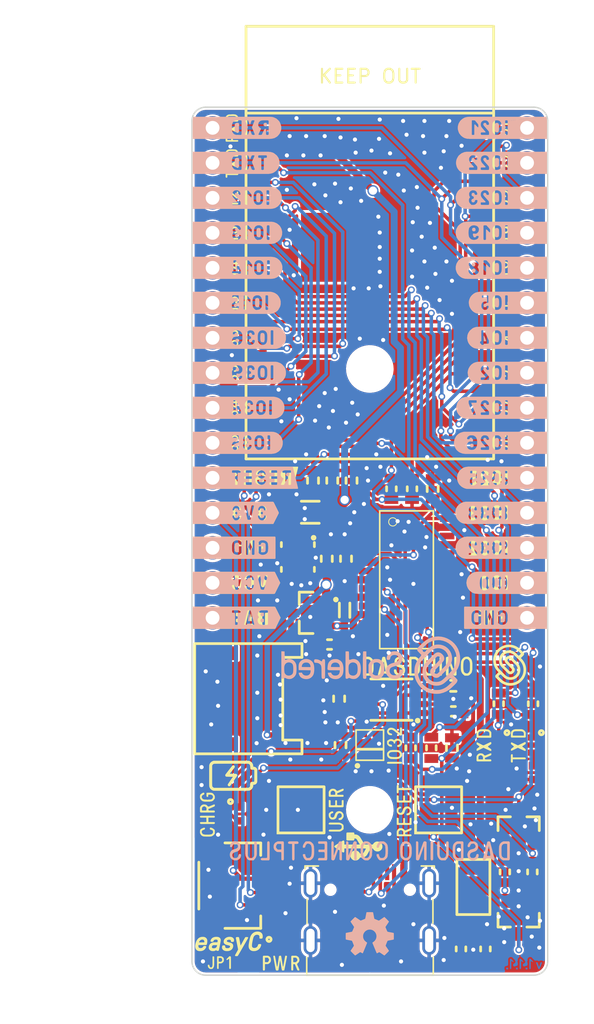
<source format=kicad_pcb>
(kicad_pcb (version 20210623) (generator pcbnew)
  (layers (0 "F.Cu" mixed) (31 "B.Cu" signal) (34 "B.Paste" user) (35 "F.Paste" user) (36 "B.SilkS" user "B.Silkscreen") (37 "F.SilkS" user "F.Silkscreen") (38 "B.Mask" user) (39 "F.Mask" user) (44 "Edge.Cuts" user))
  (net 0 "")
  (net 1 "+3V3")
  (net 2 "GND")
  (net 3 "RESET")
  (net 4 "VUSB")
  (net 5 "Net-(C4-Pad1)")
  (net 6 "VCC")
  (net 7 "VBAT")
  (net 8 "TXD0")
  (net 9 "Net-(D1-Pad1)")
  (net 10 "RXD0")
  (net 11 "Net-(D2-Pad1)")
  (net 12 "Net-(D3-Pad1)")
  (net 13 "IO32")
  (net 15 "Net-(D6-Pad2)")
  (net 17 "Net-(F1-Pad2)")
  (net 19 "D-")
  (net 20 "D+")
  (net 21 "Net-(K1-PadB5)")
  (net 23 "Net-(K1-PadA5)")
  (net 24 "SDA")
  (net 25 "SCL")
  (net 26 "SPI_MISO")
  (net 27 "SPI_MOSI")
  (net 28 "SPI_SCK")
  (net 29 "SPI_CS")
  (net 30 "SENSOR_VP")
  (net 31 "SENSOR_VN")
  (net 32 "IO34")
  (net 33 "IO35")
  (net 34 "IO23")
  (net 35 "IO19")
  (net 36 "IO18")
  (net 37 "IO5")
  (net 38 "IO4")
  (net 39 "IO2")
  (net 40 "IO27")
  (net 41 "IO26")
  (net 42 "IO25")
  (net 43 "IO33")
  (net 44 "RTS")
  (net 45 "Net-(Q2-Pad1)")
  (net 46 "IO0")
  (net 47 "DTR")
  (net 48 "Net-(Q3-Pad1)")
  (net 49 "Net-(R4-Pad1)")
  (net 50 "Net-(R5-Pad1)")
  (net 51 "Net-(R14-Pad1)")
  (net 52 "Net-(R15-Pad1)")
  (net 65 "Net-(D4-Pad3)")
  (net 66 "Net-(R8-Pad1)")
  (footprint "buzzardLabel" (layer "F.Cu") (at 67.39 106.28 90)
    (fp_text reference "")
    (fp_text value "")
  )
  (footprint "buzzardLabel" (layer "F.Cu") (at 87.47 91.04 90)
    (fp_text reference "")
    (fp_text value "")
  )
  (footprint "e-radionica.com footprinti:0603R" (layer "F.Cu") (at 89.3 130.3 -90)
    (fp_text reference "R5")
    (fp_text value "1k")
  )
  (footprint "e-radionica.com footprinti:0402R" (layer "F.Cu") (at 89.3 135.3 -90)
    (fp_text reference "R6")
    (fp_text value "2k2")
  )
  (footprint "e-radionica.com footprinti:1206C" (layer "F.Cu") (at 73.1 116.4)
    (fp_text reference "C1")
    (fp_text value "10uF")
  )
  (footprint "buzzardLabel" (layer "F.Cu") (at 67.39 98.66 90)
    (fp_text reference "")
    (fp_text value "")
  )
  (footprint "buzzardLabel" (layer "F.Cu") (at 67.39 88.5 90)
    (fp_text reference "")
    (fp_text value "")
  )
  (footprint "buzzardLabel" (layer "F.Cu") (at 87.47 93.58 90)
    (fp_text reference "")
    (fp_text value "")
  )
  (footprint "e-radionica.com footprinti:1206FUSE" (layer "F.Cu") (at 84.96 143.6 -90)
    (fp_text reference "F1")
    (fp_text value "1206FUSE-500mA")
  )
  (footprint "e-radionica.com footprinti:0603R" (layer "F.Cu") (at 89.249 142.505 -90)
    (fp_text reference "R10")
    (fp_text value "10k")
  )
  (footprint "Soldered Graphics:Logo-Back-OSH-3.5mm" (layer "F.Cu") (at 77.43 147)
    (fp_text reference "G***" hide)
    (fp_text value "LOGO" hide)
  )
  (footprint "buzzardLabel" (layer "F.Cu") (at 74.96 138 90)
    (fp_text reference "")
    (fp_text value "")
  )
  (footprint "e-radionica.com footprinti:0603C" (layer "F.Cu") (at 82 114.7 -90)
    (fp_text reference "C3")
    (fp_text value "0.1uF")
  )
  (footprint "Soldered Graphics:Logo-Back-SolderedFULL-13mm" (layer "F.Cu") (at 77.5 127.5)
    (fp_text reference "REF**" hide)
    (fp_text value "Logo-Front-SolderedFULL-13mm" hide)
  )
  (footprint "buzzardLabel" (layer "F.Cu") (at 79.9 138 90)
    (fp_text reference "")
    (fp_text value "")
  )
  (footprint "e-radionica.com footprinti:0603R" (layer "F.Cu") (at 81.9 133.5 90)
    (fp_text reference "R1")
    (fp_text value "10k")
  )
  (footprint "e-radionica.com footprinti:0603C" (layer "F.Cu") (at 74.7 114.1 -90)
    (fp_text reference "C8")
    (fp_text value "2.2uF")
  )
  (footprint "e-radionica.com footprinti:0603R" (layer "F.Cu") (at 86.8 130.3 -90)
    (fp_text reference "R4")
    (fp_text value "1k")
  )
  (footprint "e-radionica.com footprinti:0402LED" (layer "F.Cu") (at 86.8 133.3 90)
    (fp_text reference "D2")
    (fp_text value "blue")
  )
  (footprint "buzzardLabel" (layer "F.Cu") (at 67.39 93.58 90)
    (fp_text reference "")
    (fp_text value "")
  )
  (footprint "e-radionica.com footprinti:0402R" (layer "F.Cu") (at 86.8 135.3 -90)
    (fp_text reference "R7")
    (fp_text value "2k2")
  )
  (footprint "e-radionica.com footprinti:FIDUCIAL_23" (layer "F.Cu") (at 77.43 148)
    (fp_text reference "FD1")
    (fp_text value "FIDUCIAL")
  )
  (footprint "e-radionica.com footprinti:HEADER_MALE_15X1" (layer "F.Cu") (at 88.86 106.28 90)
    (fp_text reference "K5")
    (fp_text value "HEADER_MALE_15X1")
  )
  (footprint "buzzardLabel" (layer "F.Cu") (at 87.47 103.74 90)
    (fp_text reference "")
    (fp_text value "")
  )
  (footprint "Soldered Graphics:Logo-Front-Soldered-3mm" (layer "F.Cu") (at 87.6 127.5)
    (fp_text reference "G***" hide)
    (fp_text value "LOGO" hide)
  )
  (footprint "buzzardLabel" (layer "F.Cu") (at 90.76 113.9)
    (fp_text reference "")
    (fp_text value "")
  )
  (footprint "e-radionica.com footprinti:0603R" (layer "F.Cu") (at 85.836 148.095 -90)
    (fp_text reference "R2")
    (fp_text value "5.1k")
  )
  (footprint "e-radionica.com footprinti:TPS7A2633DRVR" (layer "F.Cu") (at 72.2 119.647 -90)
    (fp_text reference "U3")
    (fp_text value "TPS7A2633DRVR")
  )
  (footprint "e-radionica.com footprinti:WS2812B-2020" (layer "F.Cu") (at 77.43 133.3 -90)
    (fp_text reference "D4")
    (fp_text value "WS2812B-2020")
  )
  (footprint "Soldered Graphics:Symbol-Front-Battery" (layer "F.Cu") (at 67.5 135.6)
    (fp_text reference "G***" hide)
    (fp_text value "LOGO" hide)
  )
  (footprint "buzzardLabel" (layer "F.Cu") (at 66.5 149.1)
    (fp_text reference "")
    (fp_text value "")
  )
  (footprint "e-radionica.com footprinti:0402R" (layer "F.Cu") (at 68 138.3 -90)
    (fp_text reference "R15")
    (fp_text value "2k2")
  )
  (footprint "Soldered Graphics:Symbol-Front-USB" (layer "F.Cu") (at 76.6 140.66 90)
    (fp_text reference "G***" hide)
    (fp_text value "LOGO" hide)
  )
  (footprint "buzzardLabel" (layer "F.Cu") (at 67.39 108.82 90)
    (fp_text reference "")
    (fp_text value "")
  )
  (footprint "buzzardLabel" (layer "F.Cu") (at 90.76 118.98)
    (fp_text reference "")
    (fp_text value "")
  )
  (footprint "e-radionica.com footprinti:0402LED" (layer "F.Cu") (at 71 148 180)
    (fp_text reference "D3")
    (fp_text value "purple")
  )
  (footprint "buzzardLabel" (layer "F.Cu") (at 67.39 91.04 90)
    (fp_text reference "")
    (fp_text value "")
  )
  (footprint "buzzardLabel" (layer "F.Cu") (at 90.76 124.06)
    (fp_text reference "")
    (fp_text value "")
  )
  (footprint "e-radionica.com footprinti:HEADER_MALE_15X1" (layer "F.Cu") (at 66 106.28 90)
    (fp_text reference "K4")
    (fp_text value "HEADER_MALE_15X1")
  )
  (footprint "e-radionica.com footprinti:0603R" (layer "F.Cu") (at 79 114.7 -90)
    (fp_text reference "R13")
    (fp_text value "10k")
  )
  (footprint "e-radionica.com footprinti:0603R" (layer "F.Cu") (at 84.058 148.095 -90)
    (fp_text reference "R3")
    (fp_text value "5.1k")
  )
  (footprint "e-radionica.com footprinti:SOP-16" (layer "F.Cu") (at 80.1 121.3)
    (fp_text reference "U1")
    (fp_text value "CH340C")
  )
  (footprint "e-radionica.com footprinti:easyC-connector" (layer "F.Cu") (at 67.8 143.5 90)
    (fp_text reference "K2")
    (fp_text value "easyC-SMD")
  )
  (footprint "buzzardLabel" (layer "F.Cu") (at 87.47 108.82 90)
    (fp_text reference "")
    (fp_text value "")
  )
  (footprint "e-radionica.com footprinti:0402LED" (layer "F.Cu") (at 89.3 133.3 90)
    (fp_text reference "D1")
    (fp_text value "white")
  )
  (footprint "e-radionica.com footprinti:SOT-23-3" (layer "F.Cu") (at 88.249 145.805 -90)
    (fp_text reference "Q2")
    (fp_text value "NPN-SOT-23-3")
  )
  (footprint "Soldered Graphics:Logo-Front-easyC-5mm" (layer "F.Cu") (at 67.2 147.7)
    (fp_text reference "G***" hide)
    (fp_text value "LOGO" hide)
  )
  (footprint "e-radionica.com footprinti:SOD-323" (layer "F.Cu") (at 75.596803 123.5 90)
    (fp_text reference "D5")
    (fp_text value "schottky diode")
  )
  (footprint "e-radionica.com footprinti:0603C" (layer "F.Cu") (at 74.3 119.774 -90)
    (fp_text reference "C7")
    (fp_text value "2.2uF")
  )
  (footprint "buzzardLabel" (layer "F.Cu") (at 87.47 98.66 90)
    (fp_text reference "")
    (fp_text value "")
  )
  (footprint "e-radionica.com footprinti:0603R" (layer "F.Cu") (at 87.249 142.505 90)
    (fp_text reference "R11")
    (fp_text value "10k")
  )
  (footprint "buzzardLabel" (layer "F.Cu") (at 90.76 116.44)
    (fp_text reference "")
    (fp_text value "")
  )
  (footprint "e-radionica.com footprinti:SMD-JUMPER-CONNECTED_TRACE_SLODERMASK" (layer "F.Cu") (at 68.6 149.1)
    (fp_text reference "JP1")
    (fp_text value "SMD-JUMPER-CONNECTED_TRACE_SLODERMASK")
  )
  (footprint "e-radionica.com footprinti:ESP32-WROVER" (layer "F.Cu") (at 77.43 100)
    (fp_text reference "U2")
    (fp_text value "ESP32-WROVER")
  )
  (footprint "buzzardLabel" (layer "F.Cu") (at 65.6 138.3 90)
    (fp_text reference "")
    (fp_text value "")
  )
  (footprint "buzzardLabel" (layer "F.Cu") (at 88.2 133.3 90)
    (fp_text reference "")
    (fp_text value "")
  )
  (footprint "e-radionica.com footprinti:0402LED" (layer "F.Cu") (at 66.7 138.3 90)
    (fp_text reference "D6")
    (fp_text value "red")
  )
  (footprint "e-radionica.com footprinti:0603C" (layer "F.Cu") (at 75.7 119.774 90)
    (fp_text reference "C4")
    (fp_text value "0.1uF")
  )
  (footprint "buzzardLabel" (layer "F.Cu") (at 64.1 113.9)
    (fp_text reference "")
    (fp_text value "")
  )
  (footprint "buzzardLabel" (layer "F.Cu") (at 80.9 127.6)
    (fp_text reference "")
    (fp_text value "")
  )
  (footprint "buzzardLabel" (layer "F.Cu") (at 67.39 101.2 90)
    (fp_text reference "")
    (fp_text value "")
  )
  (footprint "e-radionica.com footprinti:0603R" (layer "F.Cu") (at 74.5 126 180)
    (fp_text reference "R9")
    (fp_text value "100k")
  )
  (footprint "e-radionica.com footprinti:YTSA007A0151803B" (layer "F.Cu") (at 72.43 138 90)
    (fp_text reference "SW2")
    (fp_text value "YTSA007A0151803B")
  )
  (footprint "e-radionica.com footprinti:HOLE_3.2mm" (layer "F.Cu") (at 77.43 138)
    (fp_text reference "H1" hide)
    (fp_text value "HOLE_3.2mm" hide)
  )
  (footprint "buzzardLabel" (layer "F.Cu") (at 64.1 124.06)
    (fp_text reference "")
    (fp_text value "")
  )
  (footprint "buzzardLabel" (layer "F.Cu") (at 67.39 96.12 90)
    (fp_text reference "")
    (fp_text value "")
  )
  (footprint "e-radionica.com footprinti:0603C" (layer "F.Cu") (at 75.2 129.934 90)
    (fp_text reference "C9")
    (fp_text value "2.2uF")
  )
  (footprint "buzzardLabel" (layer "F.Cu") (at 87.47 111.36 90)
    (fp_text reference "")
    (fp_text value "")
  )
  (footprint "buzzardLabel" (layer "F.Cu") (at 87.47 101.2 90)
    (fp_text reference "")
    (fp_text value "")
  )
  (footprint "buzzardLabel" (layer "F.Cu") (at 64.1 118.98)
    (fp_text reference "")
    (fp_text value "")
  )
  (footprint "buzzardLabel" (layer "F.Cu") (at 90.76 121.52)
    (fp_text reference "")
    (fp_text value "")
  )
  (footprint "e-radionica.com footprinti:0603C" (layer "F.Cu") (at 83.4 133.5 -90)
    (fp_text reference "C2")
    (fp_text value "1uF")
  )
  (footprint "e-radionica.com footprinti:JST-2pin-SMD" (layer "F.Cu") (at 69.5 129.934 90)
    (fp_text reference "K3")
    (fp_text value "JST-2pin-SMD")
  )
  (footprint "e-radionica.com footprinti:0603C" (layer "F.Cu") (at 76.1 114.1 -90)
    (fp_text reference "C6")
    (fp_text value "0.1uF")
  )
  (footprint "e-radionica.com footprinti:0603R" (layer "F.Cu") (at 80.5 114.7 90)
    (fp_text reference "R12")
    (fp_text value "10k")
  )
  (footprint "buzzardLabel" (layer "F.Cu") (at 67.39 103.74 90)
    (fp_text reference "")
    (fp_text value "")
  )
  (footprint "buzzardLabel" (layer "F.Cu") (at 71 149.1)
    (fp_text reference "")
    (fp_text value "")
  )
  (footprint "e-radionica.com footprinti:0603R" (layer "F.Cu") (at 80.4 133.5 90)
    (fp_text reference "R17")
    (fp_text value "1k")
  )
  (footprint "e-radionica.com footprinti:0603C" (layer "F.Cu") (at 73.3 114.1 -90)
    (fp_text reference "C5")
    (fp_text value "1uF")
  )
  (footprint "buzzardLabel" (layer "F.Cu") (at 64.1 121.52)
    (fp_text reference "")
    (fp_text value "")
  )
  (footprint "e-radionica.com footprinti:0603C" (layer "F.Cu") (at 83.5 129 180)
    (fp_text reference "C10")
    (fp_text value "2.2uF")
  )
  (footprint "buzzardLabel" (layer "F.Cu") (at 87.47 96.12 90)
    (fp_text reference "")
    (fp_text value "")
  )
  (footprint "e-radionica.com footprinti:TP4056M-MSOP8" (layer "F.Cu") (at 79 130 180)
    (fp_text reference "U4")
    (fp_text value "TP4056M")
  )
  (footprint "e-radionica.com footprinti:0603R" (layer "F.Cu") (at 83.5 130.85)
    (fp_text reference "R14")
    (fp_text value "3k")
  )
  (footprint "e-radionica.com footprinti:YTSA007A0151803B" (layer "F.Cu") (at 82.43 138 90)
    (fp_text reference "SW1")
    (fp_text value "YTSA007A0151803B")
  )
  (footprint "e-radionica.com footprinti:0603C" (layer "F.Cu") (at 75.3 133.3 -90)
    (fp_text reference "C11")
    (fp_text value "100nF")
  )
  (footprint "e-radionica.com footprinti:0402R" (layer "F.Cu") (at 71 146.8)
    (fp_text reference "R8")
    (fp_text value "2k2")
  )
  (footprint "buzzardLabel" (layer "F.Cu") (at 87.47 106.28 90)
    (fp_text reference "")
    (fp_text value "")
  )
  (footprint "buzzardLabel" (layer "F.Cu") (at 87.47 88.5 90)
    (fp_text reference "")
    (fp_text value "")
  )
  (footprint "buzzardLabel" (layer "F.Cu") (at 67.39 111.36 90)
    (fp_text reference "")
    (fp_text value "")
  )
  (footprint "buzzardLabel" (layer "F.Cu") (at 85.7 133.3 90)
    (fp_text reference "")
    (fp_text value "")
  )
  (footprint "e-radionica.com footprinti:SOT-23-3" (layer "F.Cu") (at 73 123.7 180)
    (fp_text reference "Q1")
    (fp_text value "PMOS-SOT-23-3")
  )
  (footprint "e-radionica.com footprinti:SOT-23-3" (layer "F.Cu") (at 88.249 139.205 90)
    (fp_text reference "Q3")
    (fp_text value "NPN-SOT-23-3")
  )
  (footprint "e-radionica.com footprinti:HOLE_3.2mm" (layer "F.Cu") (at 77.43 106)
    (fp_text reference "H3" hide)
    (fp_text value "HOLE_3.2mm" hide)
  )
  (footprint "e-radionica.com footprinti:U262-161N-4BVC11" (layer "F.Cu") (at 77.43 145)
    (fp_text reference "K1")
    (fp_text value "U262-161N-4BVC11")
  )
  (footprint "buzzardLabel" (layer "F.Cu") (at 79.2 133.3 90)
    (fp_text reference "")
    (fp_text value "")
  )
  (footprint "buzzardLabel" (layer "F.Cu") (at 64.1 116.44)
    (fp_text reference "")
    (fp_text value "")
  )
  (footprint "buzzardLabel" (layer "B.Cu") (at 90.76 121.52 180)
    (fp_text reference "")
    (fp_text value "")
  )
  (footprint "buzzardLabel" (layer "B.Cu") (at 64.1 121.52 180)
    (fp_text reference "")
    (fp_text value "")
  )
  (footprint "buzzardLabel" (layer "B.Cu") (at 64.1 116.44 180)
    (fp_text reference "")
    (fp_text value "")
  )
  (footprint "buzzardLabel" (layer "B.Cu") (at 90.76 108.82 180)
    (fp_text reference "")
    (fp_text value "")
  )
  (footprint "buzzardLabel" (layer "B.Cu") (at 64.1 88.5 180)
    (fp_text reference "")
    (fp_text value "")
  )
  (footprint "buzzardLabel" (layer "B.Cu") (at 64.1 93.58 180)
    (fp_text reference "")
    (fp_text value "")
  )
  (footprint "Soldered Graphics:Version1.1.1." (layer "B.Cu") (at 88.6 149.2 180)
    (fp_text reference "REF**" hide)
    (fp_text value "Version1.1.1." hide)
  )
  (footprint "buzzardLabel" (layer "B.Cu") (at 90.76 118.98 180)
    (fp_text reference "")
    (fp_text value "")
  )
  (footprint "buzzardLabel" (layer "B.Cu") (at 90.76 101.2 180)
    (fp_text reference "")
    (fp_text value "")
  )
  (footprint "buzzardLabel" (layer "B.Cu") (at 90.76 93.58 180)
    (fp_text reference "")
    (fp_text value "")
  )
  (footprint "buzzardLabel" (layer "B.Cu") (at 77.43 141 180)
    (fp_text reference "")
    (fp_text value "")
  )
  (footprint "buzzardLabel" (layer "B.Cu") (at 90.76 96.12 180)
    (fp_text reference "")
    (fp_text value "")
  )
  (footprint "buzzardLabel" (layer "B.Cu") (at 64.1 124.06 180)
    (fp_text reference "")
    (fp_text value "")
  )
  (footprint "buzzardLabel" (layer "B.Cu") (at 64.1 98.66 180)
    (fp_text reference "")
    (fp_text value "")
  )
  (footprint "buzzardLabel" (layer "B.Cu") (at 64.1 108.82 180)
    (fp_text reference "")
    (fp_text value "")
  )
  (footprint "buzzardLabel" (layer "B.Cu") (at 64.1 96.12 180)
    (fp_text reference "")
    (fp_text value "")
  )
  (footprint "buzzardLabel" (layer "B.Cu") (at 90.76 113.9 180)
    (fp_text reference "")
    (fp_text value "")
  )
  (footprint "buzzardLabel" (layer "B.Cu") (at 64.1 106.28 180)
    (fp_text reference "")
    (fp_text value "")
  )
  (footprint "buzzardLabel" (layer "B.Cu") (at 64.1 113.9 180)
    (fp_text reference "")
    (fp_text value "")
  )
  (footprint "buzzardLabel" (layer "B.Cu") (at 64.1 118.98 180)
    (fp_text reference "")
    (fp_text value "")
  )
  (footprint "buzzardLabel" (layer "B.Cu") (at 90.76 116.44 180)
    (fp_text reference "")
    (fp_text value "")
  )
  (footprint "buzzardLabel" (layer "B.Cu") (at 64.1 101.2 180)
    (fp_text reference "")
    (fp_text value "")
  )
  (footprint "buzzardLabel" (layer "B.Cu") (at 90.76 106.28 180)
    (fp_text reference "")
    (fp_text value "")
  )
  (footprint "buzzardLabel" (layer "B.Cu") (at 90.76 111.36 180)
    (fp_text reference "")
    (fp_text value "")
  )
  (footprint "buzzardLabel" (layer "B.Cu") (at 90.76 91.04 180)
    (fp_text reference "")
    (fp_text value "")
  )
  (footprint "buzzardLabel" (layer "B.Cu") (at 90.76 98.66 180)
    (fp_text reference "")
    (fp_text value "")
  )
  (footprint "buzzardLabel" (layer "B.Cu") (at 64.1 91.04 180)
    (fp_text reference "")
    (fp_text value "")
  )
  (footprint "buzzardLabel" (layer "B.Cu") (at 90.76 124.06 180)
    (fp_text reference "")
    (fp_text value "")
  )
  (footprint "buzzardLabel" (layer "B.Cu") (at 90.76 103.74 180)
    (fp_text reference "")
    (fp_text value "")
  )
  (footprint "buzzardLabel" (layer "B.Cu") (at 90.76 88.5 180)
    (fp_text reference "")
    (fp_text value "")
  )
  (footprint "buzzardLabel" (layer "B.Cu") (at 64.1 103.74 180)
    (fp_text reference "")
    (fp_text value "")
  )
  (footprint "buzzardLabel" (layer "B.Cu") (at 64.1 111.36 180)
    (fp_text reference "")
    (fp_text value "")
  )
  (gr_arc (start 89.36 149) (end 89.36 150) (angle -90) (layer "Edge.Cuts") (width 0.1))
  (gr_arc (start 89.36 88) (end 89.36 87) (angle 90) (layer "Edge.Cuts") (width 0.1))
  (gr_arc (start 65.5 149) (end 65.5 150) (angle 90) (layer "Edge.Cuts") (width 0.1))
  (gr_line locked (start 64.5 88) (end 64.5 149) (layer "Edge.Cuts") (width 0.1))
  (gr_line locked (start 90.36 149) (end 90.36 88) (layer "Edge.Cuts") (width 0.1))
  (gr_arc (start 65.5 88) (end 65.5 87) (angle -90) (layer "Edge.Cuts") (width 0.1))
  (gr_line locked (start 89.36 87) (end 65.5 87) (layer "Edge.Cuts") (width 0.1))
  (gr_line locked (start 65.5 150) (end 89.36 150) (layer "Edge.Cuts") (width 0.1))
  (segment (start 72.64 117.8) (end 72.9 118.06) (width 0.4) (layer "F.Cu") (net 1))
  (segment (start 67.6 143) (end 67.3 143.3) (width 0.3) (layer "F.Cu") (net 1))
  (segment (start 78.315 115.475) (end 79 115.475) (width 0.254) (layer "F.Cu") (net 1))
  (segment (start 81.9 132.6) (end 81.9 132.725) (width 0.254) (layer "F.Cu") (net 1))
  (segment (start 67.3 143.3) (end 67.3 147.2) (width 0.3) (layer "F.Cu") (net 1))
  (segment (start 68.25 148.15) (end 68.25 149.1) (width 0.3) (layer "F.Cu") (net 1))
  (segment (start 77.23 114.83) (end 76.1 114.83) (width 0.254) (layer "F.Cu") (net 1))
  (segment (start 67.3 147.2) (end 68.25 148.15) (width 0.3) (layer "F.Cu") (net 1))
  (segment (start 72.9 118.06) (end 72.9 118.602) (width 0.4) (layer "F.Cu") (net 1))
  (segment (start 66 116.44) (end 68.14 116.44) (width 0.4) (layer "F.Cu") (net 1))
  (segment (start 77.875 115.475) (end 77.23 114.83) (width 0.254) (layer "F.Cu") (net 1))
  (segment (start 78.315 115.475) (end 77.875 115.475) (width 0.254) (layer "F.Cu") (net 1))
  (segment (start 68.1 143) (end 67.6 143) (width 0.3) (layer "F.Cu") (net 1))
  (segment (start 68.1 143) (end 69.65 143) (width 0.3) (layer "F.Cu") (net 1))
  (segment (start 74.44 89.84) (end 77.66 93.06) (width 0.5) (layer "F.Cu") (net 1))
  (segment (start 68.93 89.84) (end 74.44 89.84) (width 0.5) (layer "F.Cu") (net 1))
  (segment (start 69.5 117.8) (end 72.64 117.8) (width 0.4) (layer "F.Cu") (net 1))
  (segment (start 67.5 142.4) (end 68.1 143) (width 0.3) (layer "F.Cu") (net 1))
  (segment (start 82.5 132) (end 81.9 132.6) (width 0.254) (layer "F.Cu") (net 1))
  (segment (start 68.14 116.44) (end 69.5 117.8) (width 0.4) (layer "F.Cu") (net 1))
  (segment (start 68.93 89.84) (end 68.95 89.86) (width 0.5) (layer "F.Cu") (net 1))
  (via (at 75.6 115.5) (size 0.8) (drill 0.6) (layers "F.Cu" "B.Cu") (net 1))
  (via (at 78.315 115.475) (size 0.5) (drill 0.3) (layers "F.Cu" "B.Cu") (net 1))
  (via (at 77.66 93.06) (size 0.8) (drill 0.6) (layers "F.Cu" "B.Cu") (net 1))
  (via (at 67.5 142.4) (size 0.5) (drill 0.3) (layers "F.Cu" "B.Cu") (net 1))
  (via (at 82.5 132) (size 0.5) (drill 0.3) (layers "F.Cu" "B.Cu") (net 1))
  (segment (start 75.6 111.72) (end 75.6 112.4) (width 0.5) (layer "B.Cu") (net 1))
  (segment (start 81.16 115.46) (end 78.33 115.46) (width 0.254) (layer "B.Cu") (net 1))
  (segment (start 79.66 107.66) (end 75.6 111.72) (width 0.5) (layer "B.Cu") (net 1))
  (segment (start 82.5 132) (end 83.65 132) (width 0.254) (layer "B.Cu") (net 1))
  (segment (start 79.66 104.490318) (end 79.66 107.66) (width 0.5) (layer "B.Cu") (net 1))
  (segment (start 67.7 118.14) (end 66 116.44) (width 0.3) (layer "B.Cu") (net 1))
  (segment (start 67.5 142.4) (end 67.7 142.2) (width 0.3) (layer "B.Cu") (net 1))
  (segment (start 79.200001 94.600001) (end 79.200001 104.030319) (width 0.5) (layer "B.Cu") (net 1))
  (segment (start 79.200001 104.030319) (end 79.66 104.490318) (width 0.5) (layer "B.Cu") (net 1))
  (segment (start 67.7 142.2) (end 67.7 118.14) (width 0.3) (layer "B.Cu") (net 1))
  (segment (start 78.33 115.46) (end 78.315 115.475) (width 0.254) (layer "B.Cu") (net 1))
  (segment (start 83.65 132) (end 85.46 130.19) (width 0.254) (layer "B.Cu") (net 1))
  (segment (start 77.66 93.06) (end 79.200001 94.600001) (width 0.5) (layer "B.Cu") (net 1))
  (segment (start 85.46 130.19) (end 85.46 119.76) (width 0.254) (layer "B.Cu") (net 1))
  (segment (start 85.46 119.76) (end 81.16 115.46) (width 0.254) (layer "B.Cu") (net 1))
  (segment (start 75.6 112.4) (end 75.6 115.5) (width 0.5) (layer "B.Cu") (net 1))
  (via (at 76.2 125.4) (size 0.5) (drill 0.3) (layers "F.Cu" "B.Cu") (net 2))
  (via (at 78.15 87.9) (size 0.5) (drill 0.3) (layers "F.Cu" "B.Cu") (net 2))
  (via (at 66.35 128.7) (size 0.5) (drill 0.3) (layers "F.Cu" "B.Cu") (net 2))
  (via (at 88.1 135) (size 0.5) (drill 0.3) (layers "F.Cu" "B.Cu") (net 2))
  (via (at 71.4 90.5) (size 0.5) (drill 0.3) (layers "F.Cu" "B.Cu") (net 2))
  (via (at 78.4 103.9) (size 0.5) (drill 0.3) (layers "F.Cu" "B.Cu") (net 2))
  (via (at 70.7 122.8) (size 0.5) (drill 0.3) (layers "F.Cu" "B.Cu") (net 2))
  (via (at 77.55 135.2) (size 0.5) (drill 0.3) (layers "F.Cu" "B.Cu") (net 2))
  (via (at 84.5 135.9) (size 0.5) (drill 0.3) (layers "F.Cu" "B.Cu") (net 2))
  (via (at 84.95 148.15) (size 0.5) (drill 0.3) (layers "F.Cu" "B.Cu") (net 2))
  (via (at 76.3 116.4) (size 0.5) (drill 0.3) (layers "F.Cu" "B.Cu") (net 2))
  (via (at 76.05 92.9) (size 0.5) (drill 0.3) (layers "F.Cu" "B.Cu") (net 2))
  (via (at 77.2 131.6) (size 0.5) (drill 0.3) (layers "F.Cu" "B.Cu") (net 2))
  (via (at 76.4 90.3) (size 0.5) (drill 0.3) (layers "F.Cu" "B.Cu") (net 2))
  (via (at 83.4 102) (size 0.5) (drill 0.3) (layers "F.Cu" "B.Cu") (net 2))
  (via (at 78.85 139.75) (size 0.5) (drill 0.3) (layers "F.Cu" "B.Cu") (net 2))
  (via (at 80.6 131.8) (size 0.5) (drill 0.3) (layers "F.Cu" "B.Cu") (net 2))
  (via (at 71.9 99.2) (size 0.5) (drill 0.3) (layers "F.Cu" "B.Cu") (net 2))
  (via (at 78.8 135.15) (size 0.5) (drill 0.3) (layers "F.Cu" "B.Cu") (net 2))
  (via (at 72.8 89.1) (size 0.5) (drill 0.3) (layers "F.Cu" "B.Cu") (net 2))
  (via (at 69.25 131.35) (size 0.5) (drill 0.3) (layers "F.Cu" "B.Cu") (net 2))
  (via (at 76.35 89.35) (size 0.5) (drill 0.3) (layers "F.Cu" "B.Cu") (net 2))
  (via (at 66.4 130.45) (size 0.5) (drill 0.3) (layers "F.Cu" "B.Cu") (net 2))
  (via (at 86 112.6) (size 0.5) (drill 0.3) (layers "F.Cu" "B.Cu") (net 2))
  (via (at 78.4 129) (size 0.5) (drill 0.3) (layers "F.Cu" "B.Cu") (net 2))
  (via (at 89.4 137.9) (size 0.5) (drill 0.3) (layers "F.Cu" "B.Cu") (net 2))
  (via (at 78.15 96.1) (size 0.5) (drill 0.3) (layers "F.Cu" "B.Cu") (net 2))
  (via (at 65.5 127.95) (size 0.5) (drill 0.3) (layers "F.Cu" "B.Cu") (net 2))
  (via (at 73.5 119.7) (size 0.5) (drill 0.3) (layers "F.Cu" "B.Cu") (net 2))
  (via (at 84.65 135.2) (size 0.5) (drill 0.3) (layers "F.Cu" "B.Cu") (net 2))
  (via (at 71.6 108.2) (size 0.5) (drill 0.3) (layers "F.Cu" "B.Cu") (net 2))
  (via (at 78.2 113.1) (size 0.5) (drill 0.3) (layers "F.Cu" "B.Cu") (net 2))
  (via (at 82.8 90.2) (size 0.5) (drill 0.3) (layers "F.Cu" "B.Cu") (net 2))
  (via (at 88.25 141.15) (size 0.5) (drill 0.3) (layers "F.Cu" "B.Cu") (net 2))
  (via (at 76.7 103.8) (size 0.5) (drill 0.3) (layers "F.Cu" "B.Cu") (net 2))
  (via (at 67.3 89.85) (size 0.5) (drill 0.3) (layers "F.Cu" "B.Cu") (net 2))
  (via (at 81.8 95.4) (size 0.5) (drill 0.3) (layers "F.Cu" "B.Cu") (net 2))
  (via (at 73.4 92.6) (size 0.5) (drill 0.3) (layers "F.Cu" "B.Cu") (net 2))
  (via (at 89.75 148) (size 0.5) (drill 0.3) (layers "F.Cu" "B.Cu") (net 2))
  (via (at 84.2 122.6) (size 0.5) (drill 0.3) (layers "F.Cu" "B.Cu") (net 2))
  (via (at 84.1 120.9) (size 0.5) (drill 0.3) (layers "F.Cu" "B.Cu") (net 2))
  (via (at 71.3 133.15) (size 0.5) (drill 0.3) (layers "F.Cu" "B.Cu") (net 2))
  (via (at 89.8 127.6) (size 0.5) (drill 0.3) (layers "F.Cu" "B.Cu") (net 2))
  (via (at 70.95 131.15) (size 0.5) (drill 0.3) (layers "F.Cu" "B.Cu") (net 2))
  (via (at 81.4 90.3) (size 0.5) (drill 0.3) (layers "F.Cu" "B.Cu") (net 2))
  (via (at 89.2 147.2) (size 0.5) (drill 0.3) (layers "F.Cu" "B.Cu") (net 2))
  (via (at 79.9 93.05) (size 0.5) (drill 0.3) (layers "F.Cu" "B.Cu") (net 2))
  (via (at 82.85 147.3) (size 0.5) (drill 0.3) (layers "F.Cu" "B.Cu") (net 2))
  (via (at 75.3 93.9) (size 0.5) (drill 0.3) (layers "F.Cu" "B.Cu") (net 2))
  (via (at 77.35 100.15) (size 0.5) (drill 0.3) (layers "F.Cu" "B.Cu") (net 2))
  (via (at 70.9 128.9) (size 0.5) (drill 0.3) (layers "F.Cu" "B.Cu") (net 2))
  (via (at 71.6 95.9) (size 0.5) (drill 0.3) (layers "F.Cu" "B.Cu") (net 2))
  (via (at 76.15 108.45) (size 0.5) (drill 0.3) (layers "F.Cu" "B.Cu") (net 2))
  (via (at 72.8 112.2) (size 0.5) (drill 0.3) (layers "F.Cu" "B.Cu") (net 2))
  (via (at 89.5 138.75) (size 0.5) (drill 0.3) (layers "F.Cu" "B.Cu") (net 2))
  (via (at 71.4 93) (size 0.5) (drill 0.3) (layers "F.Cu" "B.Cu") (net 2))
  (via (at 78.05 94.95) (size 0.5) (drill 0.3) (layers "F.Cu" "B.Cu") (net 2))
  (via (at 84 125.1) (size 0.5) (drill 0.3) (layers "F.Cu" "B.Cu") (net 2))
  (via (at 78.9 121.3) (size 0.5) (drill 0.3) (layers "F.Cu" "B.Cu") (net 2))
  (via (at 84.3 117.7) (size 0.5) (drill 0.3) (layers "F.Cu" "B.Cu") (net 2))
  (via (at 69.4 125.4) (size 0.5) (drill 0.3) (layers "F.Cu" "B.Cu") (net 2))
  (via (at 74.75 109.05) (size 0.5) (drill 0.3) (layers "F.Cu" "B.Cu") (net 2))
  (via (at 69.25 126.8) (size 0.5) (drill 0.3) (layers "F.Cu" "B.Cu") (net 2))
  (via (at 74.2 93.4) (size 0.5) (drill 0.3) (layers "F.Cu" "B.Cu") (net 2))
  (via (at 74.25 133.15) (size 0.5) (drill 0.3) (layers "F.Cu" "B.Cu") (net 2))
  (via (at 80.9 94.3) (size 0.5) (drill 0.3) (layers "F.Cu" "B.Cu") (net 2))
  (via (at 83.75 135) (size 0.5) (drill 0.3) (layers "F.Cu" "B.Cu") (net 2))
  (via (at 74.95 107.45) (size 0.5) (drill 0.3) (layers "F.Cu" "B.Cu") (net 2))
  (via (at 80.6 121.6) (size 0.5) (drill 0.3) (layers "F.Cu" "B.Cu") (net 2))
  (via (at 77.3 114.1) (size 0.5) (drill 0.3) (layers "F.Cu" "B.Cu") (net 2))
  (via (at 74.05 130.05) (size 0.5) (drill 0.3) (layers "F.Cu" "B.Cu") (net 2))
  (via (at 79.5 91.9) (size 0.5) (drill 0.3) (layers "F.Cu" "B.Cu") (net 2))
  (via (at 72.7 116.9) (size 0.5) (drill 0.3) (layers "F.Cu" "B.Cu") (net 2))
  (via (at 71.6 143.36) (size 0.5) (drill 0.3) (layers "F.Cu" "B.Cu") (net 2))
  (via (at 84.75 139.05) (size 0.5) (drill 0.3) (layers "F.Cu" "B.Cu") (net 2))
  (via (at 79 118.8) (size 0.5) (drill 0.3) (layers "F.Cu" "B.Cu") (net 2))
  (via (at 75.3 89.2) (size 0.5) (drill 0.3) (layers "F.Cu" "B.Cu") (net 2))
  (via (at 69.25 129.5) (size 0.5) (drill 0.3) (layers "F.Cu" "B.Cu") (net 2))
  (via (at 73.85 90.5) (size 0.5) (drill 0.3) (layers "F.Cu" "B.Cu") (net 2))
  (via (at 86.8 145.75) (size 0.5) (drill 0.3) (layers "F.Cu" "B.Cu") (net 2))
  (via (at 75.4 149.25) (size 0.5) (drill 0.3) (layers "F.Cu" "B.Cu") (net 2))
  (via (at 72.6 90.5) (size 0.5) (drill 0.3) (layers "F.Cu" "B.Cu") (net 2))
  (via (at 73.1 124) (size 0.5) (drill 0.3) (layers "F.Cu" "B.Cu") (net 2))
  (via (at 75.6 118) (size 0.5) (drill 0.3) (layers "F.Cu" "B.Cu") (net 2))
  (via (at 83.5 129.95) (size 0.5) (drill 0.3) (layers "F.Cu" "B.Cu") (net 2))
  (via (at 76.4 135.2) (size 0.5) (drill 0.3) (layers "F.Cu" "B.Cu") (net 2))
  (via (at 72.2 138) (size 0.5) (drill 0.3) (layers "F.Cu" "B.Cu") (net 2))
  (via (at 69.9 138) (size 0.5) (drill 0.3) (layers "F.Cu" "B.Cu") (net 2))
  (via (at 78.55 91.75) (size 0.5) (drill 0.3) (layers "F.Cu" "B.Cu") (net 2))
  (via (at 87.2 146.6) (size 0.5) (drill 0.3) (layers "F.Cu" "B.Cu") (net 2))
  (via (at 80.55 95.35) (size 0.5) (drill 0.3) (layers "F.Cu" "B.Cu") (net 2))
  (via (at 76.55 109.3) (size 0.5) (drill 0.3) (layers "F.Cu" "B.Cu") (net 2))
  (via (at 81.2 96.4) (size 0.5) (drill 0.3) (layers "F.Cu" "B.Cu") (net 2))
  (via (at 75.7 109.9) (size 0.5) (drill 0.3) (layers "F.Cu" "B.Cu") (net 2))
  (via (at 80.25 117.1) (size 0.5) (drill 0.3) (layers "F.Cu" "B.Cu") (net 2))
  (via (at 88.25 145) (size 0.5) (drill 0.3) (layers "F.Cu" "B.Cu") (net 2))
  (via (at 75.15 87.85) (size 0.5) (drill 0.3) (layers "F.Cu" "B.Cu") (net 2))
  (via (at 73.1 121.55) (size 0.5) (drill 0.3) (layers "F.Cu" "B.Cu") (net 2))
  (via (at 89.6 136.9) (size 0.5) (drill 0.3) (layers "F.Cu" "B.Cu") (net 2))
  (via (at 71.65 134.35) (size 0.5) (drill 0.3) (layers "F.Cu" "B.Cu") (net 2))
  (via (at 74.15 130.9) (size 0.5) (drill 0.3) (layers "F.Cu" "B.Cu") (net 2))
  (via (at 65.2 136.2) (size 0.5) (drill 0.3) (layers "F.Cu" "B.Cu") (net 2))
  (via (at 66.4 139.8) (size 0.5) (drill 0.3) (layers "F.Cu" "B.Cu") (net 2))
  (via (at 78.1 133.2) (size 0.5) (drill 0.3) (layers "F.Cu" "B.Cu") (net 2))
  (via (at 83.4 99.6) (size 0.5) (drill 0.3) (layers "F.Cu" "B.Cu") (net 2))
  (via (at 80.758022 138.9) (size 0.5) (drill 0.3) (layers "F.Cu" "B.Cu") (net 2))
  (via (at 69.2 133.16) (size 0.5) (drill 0.3) (layers "F.Cu" "B.Cu") (net 2))
  (via (at 75.6 121.4) (size 0.5) (drill 0.3) (layers "F.Cu" "B.Cu") (net 2))
  (via (at 80.1 89) (size 0.5) (drill 0.3) (layers "F.Cu" "B.Cu") (net 2))
  (via (at 70.95 130) (size 0.5) (drill 0.3) (layers "F.Cu" "B.Cu") (net 2))
  (via (at 72.45 121.7) (size 0.5) (drill 0.3) (layers "F.Cu" "B.Cu") (net 2))
  (via (at 74.9 92.55) (size 0.5) (drill 0.3) (layers "F.Cu" "B.Cu") (net 2))
  (via (at 78.8 126.6) (size 0.5) (drill 0.3) (layers "F.Cu" "B.Cu") (net 2))
  (via (at 82.5 101) (size 0.5) (drill 0.3) (layers "F.Cu" "B.Cu") (net 2))
  (via (at 76.6 126.7) (size 0.5) (drill 0.3) (layers "F.Cu" "B.Cu") (net 2))
  (via (at 87.5 136.5) (size 0.5) (drill 0.3) (layers "F.Cu" "B.Cu") (net 2))
  (via (at 81.3 89.1) (size 0.5) (drill 0.3) (layers "F.Cu" "B.Cu") (net 2))
  (via (at 77.2 113.2) (size 0.5) (drill 0.3) (layers "F.Cu" "B.Cu") (net 2))
  (via (at 79.85 88) (size 0.5) (drill 0.3) (layers "F.Cu" "B.Cu") (net 2))
  (via (at 78.45 144.95) (size 0.5) (drill 0.3) (layers "F.Cu" "B.Cu") (net 2))
  (via (at 78.2 100) (size 0.5) (drill 0.3) (layers "F.Cu" "B.Cu") (net 2))
  (via (at 68.5 146) (size 0.5) (drill 0.3) (layers "F.Cu" "B.Cu") (net 2))
  (via (at 78.7 125.3) (size 0.5) (drill 0.3) (layers "F.Cu" "B.Cu") (net 2))
  (via (at 78.1 89.3) (size 0.5) (drill 0.3) (layers "F.Cu" "B.Cu") (net 2))
  (via (at 79.95 117.8) (size 0.5) (drill 0.3) (layers "F.Cu" "B.Cu") (net 2))
  (via (at 72 112.7) (size 0.5) (drill 0.3) (layers "F.Cu" "B.Cu") (net 2))
  (via (at 74.3 128.6) (size 0.5) (drill 0.3) (layers "F.Cu" "B.Cu") (net 2))
  (via (at 74.45 110.25) (size 0.5) (drill 0.3) (layers "F.Cu" "B.Cu") (net 2))
  (via (at 65.2 134.9) (size 0.5) (drill 0.3) (layers "F.Cu" "B.Cu") (net 2))
  (via (at 71.75 121.6) (size 0.5) (drill 0.3) (layers "F.Cu" "B.Cu") (net 2))
  (via (at 78.15 98.95) (size 0.5) (drill 0.3) (layers "F.Cu" "B.Cu") (net 2))
  (via (at 83.9 140.9) (size 0.5) (drill 0.3) (layers "F.Cu" "B.Cu") (net 2))
  (via (at 73.9 134.35) (size 0.5) (drill 0.3) (layers "F.Cu" "B.Cu") (net 2))
  (via (at 78.9 90.35) (size 0.5) (drill 0.3) (layers "F.Cu" "B.Cu") (net 2))
  (via (at 74.9 145.4) (size 0.5) (drill 0.3) (layers "F.Cu" "B.Cu") (net 2))
  (via (at 82.25 113.1) (size 0.5) (drill 0.3) (layers "F.Cu" "B.Cu") (net 2))
  (via (at 81.4 98.2) (size 0.5) (drill 0.3) (layers "F.Cu" "B.Cu") (net 2))
  (via (at 70.1 115.1) (size 0.5) (drill 0.3) (layers "F.Cu" "B.Cu") (net 2))
  (via (at 75.1 131.65) (size 0.5) (drill 0.3) (layers "F.Cu" "B.Cu") (net 2))
  (via (at 72.9 133.15) (size 0.5) (drill 0.3) (layers "F.Cu" "B.Cu") (net 2))
  (via (at 88.7 139.2) (size 0.5) (drill 0.3) (layers "F.Cu" "B.Cu") (net 2))
  (via (at 84.1 89.8) (size 0.5) (drill 0.3) (layers "F.Cu" "B.Cu") (net 2))
  (via (at 82.15 97.2) (size 0.5) (drill 0.3) (layers "F.Cu" "B.Cu") (net 2))
  (via (at 81.55 118.2) (size 0.5) (drill 0.3) (layers "F.Cu" "B.Cu") (net 2))
  (via (at 72.1 115.1) (size 0.5) (drill 0.3) (layers "F.Cu" "B.Cu") (net 2))
  (via (at 69.5 120.2) (size 0.5) (drill 0.3) (layers "F.Cu" "B.Cu") (net 2))
  (via (at 79.45 117.05) (size 0.5) (drill 0.3) (layers "F.Cu" "B.Cu") (net 2))
  (via (at 82.2 99.1) (size 0.5) (drill 0.3) (layers "F.Cu" "B.Cu") (net 2))
  (via (at 70.1 135.9) (size 0.5) (drill 0.3) (layers "F.Cu" "B.Cu") (net 2))
  (via (at 77 115.8) (size 0.5) (drill 0.3) (layers "F.Cu" "B.Cu") (net 2))
  (via (at 74.15 107.75) (size 0.5) (drill 0.3) (layers "F.Cu" "B.Cu") (net 2))
  (via (at 77.9 112.2) (size 0.5) (drill 0.3) (layers "F.Cu" "B.Cu") (net 2))
  (via (at 65.3 149) (size 0.5) (drill 0.3) (layers "F.Cu" "B.Cu") (net 2))
  (via (at 76.25 100.15) (size 0.5) (drill 0.3) (layers "F.Cu" "B.Cu") (net 2))
  (via (at 83 98.2) (size 0.5) (drill 0.3) (layers "F.Cu" "B.Cu") (net 2))
  (via (at 82.6 91.4) (size 0.5) (drill 0.3) (layers "F.Cu" "B.Cu") (net 2))
  (via (at 78.15 97.15) (size 0.5) (drill 0.3) (layers "F.Cu" "B.Cu") (net 2))
  (via (at 87.3 138) (size 0.5) (drill 0.3) (layers "F.Cu" "B.Cu") (net 2))
  (via (at 80.5 97.4) (size 0.5) (drill 0.3) (layers "F.Cu" "B.Cu") (net 2))
  (via (at 84.7 134) (size 0.5) (drill 0.3) (layers "F.Cu" "B.Cu") (net 2))
  (via (at 82.8 148.9) (size 0.5) (drill 0.3) (layers "F.Cu" "B.Cu") (net 2))
  (via (at 83.2 114.1) (size 0.5) (drill 0.3) (layers "F.Cu" "B.Cu") (net 2))
  (via (at 69.3 122.8) (size 0.5) (drill 0.3) (layers "F.Cu" "B.Cu") (net 2))
  (via (at 83.2 88) (size 0.5) (drill 0.3) (layers "F.Cu" "B.Cu") (net 2))
  (via (at 81.6 100.1) (size 0.5) (drill 0.3) (layers "F.Cu" "B.Cu") (net 2))
  (via (at 88.9 145.8) (size 0.5) (drill 0.3) (layers "F.Cu" "B.Cu") (net 2))
  (via (at 74.5 140) (size 0.5) (drill 0.3) (layers "F.Cu" "B.Cu") (net 2))
  (via (at 80.85 92.8) (size 0.5) (drill 0.3) (layers "F.Cu" "B.Cu") (net 2))
  (via (at 79.7 149) (size 0.5) (drill 0.3) (layers "F.Cu" "B.Cu") (net 2))
  (via (at 70.95 131.85) (size 0.5) (drill 0.3) (layers "F.Cu" "B.Cu") (net 2))
  (via (at 73.45 109.75) (size 0.5) (drill 0.3) (layers "F.Cu" "B.Cu") (net 2))
  (via (at 81.6 112.4) (size 0.5) (drill 0.3) (layers "F.Cu" "B.Cu") (net 2))
  (via (at 80.5 99.3) (size 0.5) (drill 0.3) (layers "F.Cu" "B.Cu") (net 2))
  (via (at 74.15 89.1) (size 0.5) (drill 0.3) (layers "F.Cu" "B.Cu") (net 2))
  (via (at 72.75 125.75) (size 0.5) (drill 0.3) (layers "F.Cu" "B.Cu") (net 2))
  (via (at 78.15 98) (size 0.5) (drill 0.3) (layers "F.Cu" "B.Cu") (net 2))
  (via (at 74.2 131.65) (size 0.5) (drill 0.3) (layers "F.Cu" "B.Cu") (net 2))
  (via (at 70.7 120.1) (size 0.5) (drill 0.3) (layers "F.Cu" "B.Cu") (net 2))
  (via (at 74.6 118) (size 0.5) (drill 0.3) (layers "F.Cu" "B.Cu") (net 2))
  (via (at 80.6 146.3) (size 0.5) (drill 0.3) (layers "F.Cu" "B.Cu") (net 2))
  (via (at 76 117.2) (size 0.5) (drill 0.3) (layers "F.Cu" "B.Cu") (net 2))
  (via (at 85.95 146.3) (size 0.5) (drill 0.3) (layers "F.Cu" "B.Cu") (net 2))
  (via (at 83.6 131.25) (size 0.5) (drill 0.3) (layers "F.Cu" "B.Cu") (net 2))
  (via (at 81.4 88) (size 0.5) (drill 0.3) (layers "F.Cu" "B.Cu") (net 2))
  (via (at 69.7 139.8) (size 0.5) (drill 0.3) (layers "F.Cu" "B.Cu") (net 2))
  (via (at 86.25 139) (size 0.5) (drill 0.3) (layers "F.Cu" "B.Cu") (net 2))
  (via (at 88.25 143.85) (size 0.5) (drill 0.3) (layers "F.Cu" "B.Cu") (net 2))
  (via (at 86.4 140.2) (size 0.5) (drill 0.3) (layers "F.Cu" "B.Cu") (net 2))
  (via (at 72.7 116.1) (size 0.5) (drill 0.3) (layers "F.Cu" "B.Cu") (net 2))
  (via (at 87.2 147.6) (size 0.5) (drill 0.3) (layers "F.Cu" "B.Cu") (net 2))
  (via (at 71.7 142.2) (size 0.5) (drill 0.3) (layers "F.Cu" "B.Cu") (net 2))
  (via (at 71.3 145.5) (size 0.5) (drill 0.3) (layers "F.Cu" "B.Cu") (net 2))
  (via (at 67.4 105) (size 0.5) (drill 0.3) (layers "F.Cu" "B.Cu") (net 2))
  (via (at 71.6 89.1) (size 0.5) (drill 0.3) (layers "F.Cu" "B.Cu") (net 2))
  (via (at 87 112.7) (size 0.5) (drill 0.3) (layers "F.Cu" "B.Cu") (net 2))
  (via (at 70.8 107.5) (size 0.5) (drill 0.3) (layers "F.Cu" "B.Cu") (net 2))
  (via (at 72.8 126.7) (size 0.5) (drill 0.3) (layers "F.Cu" "B.Cu") (net 2))
  (via (at 65.7 142.35) (size 0.5) (drill 0.3) (layers "F.Cu" "B.Cu") (net 2))
  (via (at 76.8 93.8) (size 0.5) (drill 0.3) (layers "F.Cu" "B.Cu") (net 2))
  (via (at 89.8 146.05) (size 0.5) (drill 0.3) (layers "F.Cu" "B.Cu") (net 2))
  (via (at 78.7 120.4) (size 0.5) (drill 0.3) (layers "F.Cu" "B.Cu") (net 2))
  (via (at 65.9 131.8) (size 0.5) (drill 0.3) (layers "F.Cu" "B.Cu") (net 2))
  (via (at 72.1 87.8) (size 0.5) (drill 0.3) (layers "F.Cu" "B.Cu") (net 2))
  (via (at 77.55 90.15) (size 0.5) (drill 0.3) (layers "F.Cu" "B.Cu") (net 2))
  (via (at 83 89.1) (size 0.5) (drill 0.3) (layers "F.Cu" "B.Cu") (net 2))
  (via (at 74.5 126.8) (size 0.5) (drill 0.3) (layers "F.Cu" "B.Cu") (net 2))
  (via (at 73.75 108.7) (size 0.5) (drill 0.3) (layers "F.Cu" "B.Cu") (net 2))
  (via (at 71 109.8) (size 0.5) (drill 0.3) (layers "F.Cu" "B.Cu") (net 2))
  (via (at 84.8 129.9) (size 0.5) (drill 0.3) (layers "F.Cu" "B.Cu") (net 2))
  (via (at 65.8 144.3) (size 0.5) (drill 0.3) (layers "F.Cu" "B.Cu") (net 2))
  (via (at 88.25 142.45) (size 0.5) (drill 0.3) (layers "F.Cu" "B.Cu") (net 2))
  (via (at 87.7 131.8) (size 0.5) (drill 0.3) (layers "F.Cu" "B.Cu") (net 2))
  (via (at 70.75 128.2) (size 0.5) (drill 0.3) (layers "F.Cu" "B.Cu") (net 2))
  (via (at 83.4 137.85) (size 0.5) (drill 0.3) (layers "F.Cu" "B.Cu") (net 2))
  (via (at 81.45 118.95) (size 0.5) (drill 0.3) (layers "F.Cu" "B.Cu") (net 2))
  (segment (start 83.4 134.23) (end 82.69 134.23) (width 0.254) (layer "F.Cu") (net 3))
  (segment (start 81.43 139.95) (end 82.05 139.95) (width 0.254) (layer "F.Cu") (net 3))
  (segment (start 82.46 135.86) (end 82.66 135.66) (width 0.254) (layer "F.Cu") (net 3))
  (segment (start 70.51 91.11) (end 71.16 91.76) (width 0.254) (layer "F.Cu") (net 3))
  (segment (start 76.935881 111.995031) (end 76.730912 112.2) (width 0.254) (layer "F.Cu") (net 3))
  (segment (start 78.3 111.4) (end 77.530912 111.4) (width 0.254) (layer "F.Cu") (net 3))
  (segment (start 88.249 147.005) (end 88.249 148.149) (width 0.254) (layer "F.Cu") (net 3))
  (segment (start 82.69 134.23) (end 82.66 134.26) (width 0.254) (layer "F.Cu") (net 3))
  (segment (start 82.66 135.66) (end 82.66 139.36) (width 0.254) (layer "F.Cu") (net 3))
  (segment (start 82.66 139.36) (end 82.06 139.96) (width 0.254) (layer "F.Cu") (net 3))
  (segment (start 88.249 148.149) (end 88.26 148.16) (width 0.254) (layer "F.Cu") (net 3))
  (segment (start 68.93 91.11) (end 70.51 91.11) (width 0.254) (layer "F.Cu") (net 3))
  (segment (start 82.66 135.66) (end 82.66 134.26) (width 0.254) (layer "F.Cu") (net 3))
  (segment (start 81.915 134.26) (end 81.9 134.275) (width 0.254) (layer "F.Cu") (net 3))
  (segment (start 77.530912 111.4) (end 76.935881 111.995031) (width 0.254) (layer "F.Cu") (net 3))
  (segment (start 82.05 139.95) (end 82.06 139.96) (width 0.254) (layer "F.Cu") (net 3))
  (segment (start 81.86 134.315) (end 81.9 134.275) (width 0.254) (layer "F.Cu") (net 3))
  (segment (start 76.730912 112.2) (end 74.1 112.2) (width 0.254) (layer "F.Cu") (net 3))
  (segment (start 82.27 136.05) (end 82.46 135.86) (width 0.254) (layer "F.Cu") (net 3))
  (segment (start 82.66 134.26) (end 81.915 134.26) (width 0.254) (layer "F.Cu") (net 3))
  (segment (start 81.43 136.05) (end 82.27 136.05) (width 0.254) (layer "F.Cu") (net 3))
  (via (at 88.26 148.16) (size 0.5) (drill 0.3) (layers "F.Cu" "B.Cu") (net 3))
  (via (at 71.16 91.76) (size 0.5) (drill 0.3) (layers "F.Cu" "B.Cu") (net 3))
  (via (at 82.66 134.26) (size 0.5) (drill 0.3) (layers "F.Cu" "B.Cu") (net 3))
  (via (at 78.3 111.4) (size 0.5) (drill 0.3) (layers "F.Cu" "B.Cu") (net 3))
  (via (at 82.06 139.96) (size 0.5) (drill 0.3) (layers "F.Cu" "B.Cu") (net 3))
  (via (at 74.1 112.2) (size 0.5) (drill 0.3) (layers "F.Cu" "B.Cu") (net 3))
  (segment (start 80.26 112.86) (end 80.26 109.86) (width 0.254) (layer "B.Cu") (net 3))
  (segment (start 82.66 134.26) (end 85.96 130.96) (width 0.254) (layer "B.Cu") (net 3))
  (segment (start 72.4 113.9) (end 66 113.9) (width 0.254) (layer "B.Cu") (net 3))
  (segment (start 71.16 91.76) (end 77.46 91.76) (width 0.254) (layer "B.Cu") (net 3))
  (segment (start 74.1 112.2) (end 72.4 113.9) (width 0.254) (layer "B.Cu") (net 3))
  (segment (start 88.26 146.16) (end 82.06 139.96) (width 0.254) (layer "B.Cu") (net 3))
  (segment (start 77.46 91.76) (end 79.818988 94.118988) (width 0.254) (layer "B.Cu") (net 3))
  (segment (start 85.96 118.56) (end 80.26 112.86) (width 0.254) (layer "B.Cu") (net 3))
  (segment (start 79.818988 103.83329) (end 80.26 104.274302) (width 0.254) (layer "B.Cu") (net 3))
  (segment (start 80.26 112.86) (end 78.8 111.4) (width 0.254) (layer "B.Cu") (net 3))
  (segment (start 85.96 130.96) (end 85.96 118.56) (width 0.254) (layer "B.Cu") (net 3))
  (segment (start 88.26 148.16) (end 88.26 146.16) (width 0.254) (layer "B.Cu") (net 3))
  (segment (start 80.26 104.274302) (end 80.26 109.86) (width 0.254) (layer "B.Cu") (net 3))
  (segment (start 78.8 111.4) (end 78.3 111.4) (width 0.254) (layer "B.Cu") (net 3))
  (segment (start 79.818988 94.118988) (end 79.818988 103.83329) (width 0.254) (layer "B.Cu") (net 3))
  (segment (start 86.8 135.8) (end 86.32 135.8) (width 0.25) (layer "F.Cu") (net 4))
  (segment (start 80.6 119.5) (end 80.6 117.8) (width 0.254) (layer "F.Cu") (net 4))
  (segment (start 89.3 135.8) (end 86.8 135.8) (width 0.25) (layer "F.Cu") (net 4))
  (segment (start 81.4 117) (end 82 116.4) (width 0.254) (layer "F.Cu") (net 4))
  (segment (start 82.77 128.55) (end 82.77 129.2) (width 0.5) (layer "F.Cu") (net 4))
  (segment (start 83.46 127.86) (end 74.46 127.86) (width 0.5) (layer "F.Cu") (net 4))
  (segment (start 75.05 124.65) (end 75.546803 124.65) (width 0.5) (layer "F.Cu") (net 4))
  (segment (start 76.44 131.56) (end 77.025 130.975) (width 0.254) (layer "F.Cu") (net 4))
  (segment (start 82.875 116.855) (end 81.545 116.855) (width 0.25) (layer "F.Cu") (net 4))
  (segment (start 80.6 117.8) (end 81.4 117) (width 0.254) (layer "F.Cu") (net 4))
  (segment (start 73.725 126.2) (end 73.725 125.995) (width 0.5) (layer "F.Cu") (net 4))
  (segment (start 69.45 133.76) (end 65.7 137.51) (width 0.254) (layer "F.Cu") (net 4))
  (segment (start 79.045 130.975) (end 79.3 130.72) (width 0.254) (layer "F.Cu") (net 4))
  (segment (start 86.32 135.8) (end 85.46 134.94) (width 0.25) (layer "F.Cu") (net 4))
  (segment (start 84.76 127.86) (end 83.46 127.86) (width 0.5) (layer "F.Cu") (net 4))
  (segment (start 77.025 130.975) (end 79.045 130.975) (width 0.254) (layer "F.Cu") (net 4))
  (segment (start 75.546803 124.65) (end 75.596803 124.6) (width 0.5) (layer "F.Cu") (net 4))
  (segment (start 85.46 128.56) (end 84.76 127.86) (width 0.5) (layer "F.Cu") (net 4))
  (segment (start 79.3 130.72) (end 79.3 129.72) (width 0.254) (layer "F.Cu") (net 4))
  (segment (start 73.725 125.125) (end 74.2 124.65) (width 0.5) (layer "F.Cu") (net 4))
  (segment (start 82.595 129.025) (end 82.77 129.2) (width 0.4) (layer "F.Cu") (net 4))
  (segment (start 83.46 127.86) (end 82.77 128.55) (width 0.5) (layer "F.Cu") (net 4))
  (segment (start 79.995 129.025) (end 80.975 129.025) (width 0.254) (layer "F.Cu") (net 4))
  (segment (start 85.46 136.16) (end 85.46 134.94) (width 0.5) (layer "F.Cu") (net 4))
  (segment (start 76.06 131.56) (end 76.44 131.56) (width 0.254) (layer "F.Cu") (net 4))
  (segment (start 80.975 129.025) (end 82.595 129.025) (width 0.4) (layer "F.Cu") (net 4))
  (segment (start 85.46 134.94) (end 85.46 128.56) (width 0.5) (layer "F.Cu") (net 4))
  (segment (start 74.2 124.65) (end 75.05 124.65) (width 0.5) (layer "F.Cu") (net 4))
  (segment (start 81.545 116.855) (end 81.4 117) (width 0.25) (layer "F.Cu") (net 4))
  (segment (start 73.725 126) (end 73.725 125.125) (width 0.5) (layer "F.Cu") (net 4))
  (segment (start 65.7 138.5) (end 66.05 138.85) (width 0.254) (layer "F.Cu") (net 4))
  (segment (start 73.725 127.125) (end 73.725 126) (width 0.5) (layer "F.Cu") (net 4))
  (segment (start 66.05 138.85) (end 66.7 138.85) (width 0.254) (layer "F.Cu") (net 4))
  (segment (start 82 115.43) (end 82 116.4) (width 0.25) (layer "F.Cu") (net 4))
  (segment (start 70.26 133.76) (end 69.45 133.76) (width 0.254) (layer "F.Cu") (net 4))
  (segment (start 65.7 137.51) (end 65.7 138.5) (width 0.254) (layer "F.Cu") (net 4))
  (segment (start 85.46 141.7) (end 84.96 142.2) (width 0.5) (layer "F.Cu") (net 4))
  (segment (start 74.46 127.86) (end 73.725 127.125) (width 0.5) (layer "F.Cu") (net 4))
  (segment (start 85.46 136.16) (end 85.46 141.7) (width 0.5) (layer "F.Cu") (net 4))
  (segment (start 79.3 129.72) (end 79.995 129.025) (width 0.254) (layer "F.Cu") (net 4))
  (via (at 76.06 131.56) (size 0.5) (drill 0.3) (layers "F.Cu" "B.Cu") (net 4))
  (via (at 70.26 133.76) (size 0.5) (drill 0.3) (layers "F.Cu" "B.Cu") (net 4))
  (via (at 75.05 124.65) (size 0.5) (drill 0.3) (layers "F.Cu" "B.Cu") (net 4))
  (via (at 80.6 119.5) (size 0.5) (drill 0.3) (layers "F.Cu" "B.Cu") (net 4))
  (segment (start 76.06 131.56) (end 76.06 132.46) (width 0.254) (layer "B.Cu") (net 4))
  (segment (start 76.8 123.9) (end 76.05 124.65) (width 0.254) (layer "B.Cu") (net 4))
  (segment (start 76.8 121) (end 76.8 123.9) (width 0.254) (layer "B.Cu") (net 4))
  (segment (start 76.06 132.46) (end 74.76 133.76) (width 0.254) (layer "B.Cu") (net 4))
  (segment (start 78.3 119.5) (end 76.8 121) (width 0.254) (layer "B.Cu") (net 4))
  (segment (start 80.6 119.5) (end 78.3 119.5) (width 0.254) (layer "B.Cu") (net 4))
  (segment (start 74.76 133.76) (end 70.26 133.76) (width 0.254) (layer "B.Cu") (net 4))
  (segment (start 76.05 124.65) (end 75.05 124.65) (width 0.254) (layer "B.Cu") (net 4))
  (segment (start 77.325 120.665) (end 75.861 120.665) (width 0.25) (layer "F.Cu") (net 5))
  (segment (start 75.861 120.665) (end 75.7 120.504) (width 0.25) (layer "F.Cu") (net 5))
  (segment (start 74.189 122.761) (end 74.2 122.75) (width 0.5) (layer "F.Cu") (net 6))
  (segment (start 76.695 132.57) (end 76.88 132.385) (width 0.4) (layer "F.Cu") (net 6))
  (segment (start 74.162 120.642) (end 74.3 120.504) (width 0.3) (layer "F.Cu") (net 6))
  (segment (start 74.2 122.75) (end 75.246803 122.75) (width 0.4) (layer "F.Cu") (net 6))
  (segment (start 71.01 122.01) (end 70.52 121.52) (width 0.5) (layer "F.Cu") (net 6))
  (segment (start 72.85 120.642) (end 74.162 120.642) (width 0.3) (layer "F.Cu") (net 6))
  (segment (start 70.962 121.962) (end 71.01 122.01) (width 0.3) (layer "F.Cu") (net 6))
  (segment (start 71.01 121.29) (end 71.01 122.01) (width 0.3) (layer "F.Cu") (net 6))
  (segment (start 74.3 120.504) (end 74.3 121.62) (width 0.6) (layer "F.Cu") (net 6))
  (segment (start 71.761 122.761) (end 71.01 122.01) (width 0.5) (layer "F.Cu") (net 6))
  (segment (start 71.55 120.75) (end 71.01 121.29) (width 0.3) (layer "F.Cu") (net 6))
  (segment (start 74.3 121.62) (end 74.26 121.66) (width 0.4) (layer "F.Cu") (net 6))
  (segment (start 75.246803 122.75) (end 75.596803 122.4) (width 0.4) (layer "F.Cu") (net 6))
  (segment (start 75.3 132.57) (end 69.97 132.57) (width 0.4) (layer "F.Cu") (net 6))
  (segment (start 71.55 120.642) (end 71.55 120.75) (width 0.3) (layer "F.Cu") (net 6))
  (segment (start 75.3 132.57) (end 76.695 132.57) (width 0.4) (layer "F.Cu") (net 6))
  (segment (start 69.97 132.57) (end 69.96 132.56) (width 0.4) (layer "F.Cu") (net 6))
  (segment (start 71.761 122.761) (end 74.189 122.761) (width 0.5) (layer "F.Cu") (net 6))
  (segment (start 74.26 121.66) (end 74.26 122.69) (width 0.6) (layer "F.Cu") (net 6))
  (segment (start 70.52 121.52) (end 66 121.52) (width 0.5) (layer "F.Cu") (net 6))
  (via (at 74.26 121.66) (size 0.8) (drill 0.6) (layers "F.Cu" "B.Cu") (net 6))
  (via (at 69.96 132.56) (size 0.5) (drill 0.3) (layers "F.Cu" "B.Cu") (net 6))
  (segment (start 69.977011 125.942989) (end 74.26 121.66) (width 0.4) (layer "B.Cu") (net 6))
  (segment (start 69.977011 132.542989) (end 69.977011 125.942989) (width 0.4) (layer "B.Cu") (net 6))
  (segment (start 69.96 132.56) (end 69.977011 132.542989) (width 0.4) (layer "B.Cu") (net 6))
  (segment (start 72.92 129.204) (end 72.65 128.934) (width 0.4) (layer "F.Cu") (net 7))
  (segment (start 75.379 129.025) (end 75.2 129.204) (width 0.4) (layer "F.Cu") (net 7))
  (segment (start 77.025 129.025) (end 75.379 129.025) (width 0.4) (layer "F.Cu") (net 7))
  (segment (start 71.7 123.8) (end 71.8 123.7) (width 0.4) (layer "F.Cu") (net 7))
  (segment (start 72.65 128.934) (end 72.634 128.934) (width 0.4) (layer "F.Cu") (net 7))
  (segment (start 72.634 128.934) (end 71.7 128) (width 0.4) (layer "F.Cu") (net 7))
  (segment (start 75.2 129.204) (end 72.92 129.204) (width 0.4) (layer "F.Cu") (net 7))
  (segment (start 71.74 123.76) (end 71.8 123.7) (width 0.5) (layer "F.Cu") (net 7))
  (segment (start 66.3 123.76) (end 71.74 123.76) (width 0.5) (layer "F.Cu") (net 7))
  (segment (start 71.7 128) (end 71.7 123.8) (width 0.4) (layer "F.Cu") (net 7))
  (segment (start 66 124.06) (end 66.3 123.76) (width 0.5) (layer "F.Cu") (net 7))
  (segment (start 89.3 132.75) (end 89.3 131.075) (width 0.25) (layer "F.Cu") (net 8))
  (segment (start 86.5 115) (end 82.6 111.1) (width 0.254) (layer "F.Cu") (net 8))
  (segment (start 83.94 92.38) (end 82.66 93.66) (width 0.254) (layer "F.Cu") (net 8))
  (segment (start 89.275 131.1) (end 89.3 131.075) (width 0.254) (layer "F.Cu") (net 8))
  (segment (start 86.5 115.2) (end 86.5 115) (width 0.254) (layer "F.Cu") (net 8))
  (segment (start 82.6 111.1) (end 82.6 110.5) (width 0.254) (layer "F.Cu") (net 8))
  (segment (start 88.16 131.1) (end 89.275 131.1) (width 0.254) (layer "F.Cu") (net 8))
  (segment (start 85.93 92.38) (end 83.94 92.38) (width 0.254) (layer "F.Cu") (net 8))
  (via (at 82.66 93.66) (size 0.5) (drill 0.3) (layers "F.Cu" "B.Cu") (net 8))
  (via (at 82.6 110.5) (size 0.5) (drill 0.3) (layers "F.Cu" "B.Cu") (net 8))
  (via (at 88.16 131.1) (size 0.5) (drill 0.3) (layers "F.Cu" "B.Cu") (net 8))
  (via (at 86.5 115.2) (size 0.5) (drill 0.3) (layers "F.Cu" "B.Cu") (net 8))
  (segment (start 87.437001 130.377001) (end 87.437001 117.437001) (width 0.254) (layer "B.Cu") (net 8))
  (segment (start 87.437001 117.437001) (end 86.5 116.5) (width 0.254) (layer "B.Cu") (net 8))
  (segment (start 85.56 105.96) (end 85.56 99.36) (width 0.254) (layer "B.Cu") (net 8))
  (segment (start 82.6 110.5) (end 82.6 108.92) (width 0.254) (layer "B.Cu") (net 8))
  (segment (start 85.56 99.36) (end 82.66 96.46) (width 0.254) (layer "B.Cu") (net 8))
  (segment (start 66 91.04) (end 80.04 91.04) (width 0.254) (layer "B.Cu") (net 8))
  (segment (start 80.04 91.04) (end 82.66 93.66) (width 0.254) (layer "B.Cu") (net 8))
  (segment (start 88.16 131.1) (end 87.437001 130.377001) (width 0.254) (layer "B.Cu") (net 8))
  (segment (start 86.5 116.5) (end 86.5 115.2) (width 0.254) (layer "B.Cu") (net 8))
  (segment (start 82.66 96.46) (end 82.66 93.66) (width 0.254) (layer "B.Cu") (net 8))
  (segment (start 82.6 108.92) (end 85.56 105.96) (width 0.254) (layer "B.Cu") (net 8))
  (segment (start 89.3 133.85) (end 89.3 134.8) (width 0.25) (layer "F.Cu") (net 9))
  (segment (start 87.037001 114.737001) (end 83.3 111) (width 0.254) (layer "F.Cu") (net 10))
  (segment (start 83.75 93.65) (end 85.93 93.65) (width 0.254) (layer "F.Cu") (net 10))
  (segment (start 86.76 131.86) (end 86.76 131.115) (width 0.25) (layer "F.Cu") (net 10))
  (segment (start 87.037001 117.462999) (end 87.037001 114.737001) (width 0.254) (layer "F.Cu") (net 10))
  (segment (start 86.8 131.9) (end 86.76 131.86) (width 0.25) (layer "F.Cu") (net 10))
  (segment (start 83.3 94.1) (end 83.75 93.65) (width 0.254) (layer "F.Cu") (net 10))
  (segment (start 86.76 131.115) (end 86.8 131.075) (width 0.25) (layer "F.Cu") (net 10))
  (segment (start 86.8 117.7) (end 87.037001 117.462999) (width 0.254) (layer "F.Cu") (net 10))
  (segment (start 83.3 111) (end 83.3 110.5) (width 0.254) (layer "F.Cu") (net 10))
  (segment (start 86.8 132.75) (end 86.8 131.9) (width 0.25) (layer "F.Cu") (net 10))
  (via (at 83.3 94.1) (size 0.5) (drill 0.3) (layers "F.Cu" "B.Cu") (net 10))
  (via (at 83.3 110.5) (size 0.5) (drill 0.3) (layers "F.Cu" "B.Cu") (net 10))
  (via (at 86.76 131.86) (size 0.5) (drill 0.3) (layers "F.Cu" "B.Cu") (net 10))
  (via (at 86.8 117.7) (size 0.5) (drill 0.3) (layers "F.Cu" "B.Cu") (net 10))
  (segment (start 86.06 106.26) (end 83.3 109.02) (width 0.254) (layer "B.Cu") (net 10))
  (segment (start 83.3 94.1) (end 83.3 96.2) (width 0.254) (layer "B.Cu") (net 10))
  (segment (start 83.3 94.1) (end 83.3 93.5) (width 0.254) (layer "B.Cu") (net 10))
  (segment (start 78.3 88.5) (end 66 88.5) (width 0.254) (layer "B.Cu") (net 10))
  (segment (start 83.3 109.02) (end 83.3 110.5) (width 0.254) (layer "B.Cu") (net 10))
  (segment (start 83.3 93.5) (end 78.3 88.5) (width 0.254) (layer "B.Cu") (net 10))
  (segment (start 86.96 117.86) (end 86.96 131.66) (width 0.254) (layer "B.Cu") (net 10))
  (segment (start 83.3 96.2) (end 86.06 98.96) (width 0.254) (layer "B.Cu") (net 10))
  (segment (start 86.96 131.66) (end 86.76 131.86) (width 0.254) (layer "B.Cu") (net 10))
  (segment (start 86.8 117.7) (end 86.96 117.86) (width 0.254) (layer "B.Cu") (net 10))
  (segment (start 86.06 98.96) (end 86.06 106.26) (width 0.254) (layer "B.Cu") (net 10))
  (segment (start 86.8 133.85) (end 86.8 134.8) (width 0.25) (layer "F.Cu") (net 11))
  (segment (start 71.55 148) (end 71.55 146.75) (width 0.25) (layer "F.Cu") (net 12))
  (segment (start 71.5 146.75) (end 71.55 146.7) (width 0.25) (layer "F.Cu") (net 12))
  (segment (start 71.55 146.75) (end 71.5 146.7) (width 0.25) (layer "F.Cu") (net 12))
  (segment (start 68.93 97.46) (end 70.26 97.46) (width 0.254) (layer "F.Cu") (net 13))
  (segment (start 85.9 117.7) (end 85.9 118) (width 0.25) (layer "F.Cu") (net 13))
  (segment (start 70.26 97.46) (end 71.26 98.46) (width 0.254) (layer "F.Cu") (net 13))
  (segment (start 81.185 135.06) (end 81.96 135.06) (width 0.254) (layer "F.Cu") (net 13))
  (segment (start 85.9 118) (end 86.88 118.98) (width 0.25) (layer "F.Cu") (net 13))
  (segment (start 71.26 98.46) (end 71.26 99.66) (width 0.254) (layer "F.Cu") (net 13))
  (segment (start 86.88 118.98) (end 88.86 118.98) (width 0.25) (layer "F.Cu") (net 13))
  (segment (start 71.26 99.66) (end 72.35 100.75) (width 0.254) (layer "F.Cu") (net 13))
  (segment (start 80.4 134.275) (end 81.185 135.06) (width 0.254) (layer "F.Cu") (net 13))
  (segment (start 79.96 100.75) (end 80.45 100.26) (width 0.254) (layer "F.Cu") (net 13))
  (segment (start 72.35 100.75) (end 79.96 100.75) (width 0.254) (layer "F.Cu") (net 13))
  (via (at 80.45 100.26) (size 0.5) (drill 0.3) (layers "F.Cu" "B.Cu") (net 13))
  (via (at 81.96 135.06) (size 0.5) (drill 0.3) (layers "F.Cu" "B.Cu") (net 13))
  (via (at 85.9 117.7) (size 0.5) (drill 0.3) (layers "F.Cu" "B.Cu") (net 13))
  (segment (start 81.96 135.06) (end 82.706038 135.06) (width 0.254) (layer "B.Cu") (net 13))
  (segment (start 80.720966 104.0932) (end 80.272995 103.645229) (width 0.254) (layer "B.Cu") (net 13))
  (segment (start 86.46 118.26) (end 80.720966 112.520966) (width 0.254) (layer "B.Cu") (net 13))
  (segment (start 80.720966 112.520966) (end 80.720966 104.0932) (width 0.254) (layer "B.Cu") (net 13))
  (segment (start 80.272995 103.645229) (end 80.272995 100.437005) (width 0.254) (layer "B.Cu") (net 13))
  (segment (start 80.272995 100.437005) (end 80.45 100.26) (width 0.254) (layer "B.Cu") (net 13))
  (segment (start 86.46 131.306038) (end 86.46 118.26) (width 0.254) (layer "B.Cu") (net 13))
  (segment (start 82.706038 135.06) (end 86.46 131.306038) (width 0.254) (layer "B.Cu") (net 13))
  (segment (start 67.8 138.8) (end 68 138.8) (width 0.25) (layer "F.Cu") (net 15))
  (segment (start 66.7 137.75) (end 66.75 137.75) (width 0.25) (layer "F.Cu") (net 15))
  (segment (start 66.75 137.75) (end 67.8 138.8) (width 0.25) (layer "F.Cu") (net 15))
  (segment (start 76.693 142.525) (end 76.693 143.593) (width 0.254) (layer "F.Cu") (net 19))
  (segment (start 78.445 123.405) (end 78.5 123.46) (width 0.254) (layer "F.Cu") (net 19))
  (segment (start 77.325 123.205) (end 78.245 123.205) (width 0.25) (layer "F.Cu") (net 19))
  (segment (start 76.693 143.593) (end 77.06 143.96) (width 0.254) (layer "F.Cu") (net 19))
  (segment (start 77.693 143.627) (end 77.693 142.525) (width 0.254) (layer "F.Cu") (net 19))
  (segment (start 77.36 143.96) (end 77.693 143.627) (width 0.254) (layer "F.Cu") (net 19))
  (segment (start 78.245 123.205) (end 78.5 123.46) (width 0.25) (layer "F.Cu") (net 19))
  (segment (start 77.06 143.96) (end 77.36 143.96) (width 0.254) (layer "F.Cu") (net 19))
  (via (at 78.5 123.46) (size 0.5) (drill 0.3) (layers "F.Cu" "B.Cu") (net 19))
  (via (at 77.36 143.96) (size 0.5) (drill 0.3) (layers "F.Cu" "B.Cu") (net 19))
  (segment (start 79.66898 141.65102) (end 77.36 143.96) (width 0.254) (layer "B.Cu") (net 19))
  (segment (start 79.66898 124.62898) (end 79.66898 141.65102) (width 0.254) (layer "B.Cu") (net 19))
  (segment (start 78.5 123.46) (end 79.66898 124.62898) (width 0.254) (layer "B.Cu") (net 19))
  (segment (start 78.193 142.525) (end 78.193 141.593) (width 0.254) (layer "F.Cu") (net 20))
  (segment (start 78.193 141.593) (end 78.05 141.45) (width 0.254) (layer "F.Cu") (net 20))
  (segment (start 78.193 143.993) (end 78.193 142.525) (width 0.254) (layer "F.Cu") (net 20))
  (segment (start 77.325 121.935) (end 78.435 121.935) (width 0.25) (layer "F.Cu") (net 20))
  (segment (start 77.3 141.45) (end 77.193 141.557) (width 0.254) (layer "F.Cu") (net 20))
  (segment (start 78.05 141.45) (end 77.7 141.45) (width 0.254) (layer "F.Cu") (net 20))
  (segment (start 78.435 121.935) (end 78.7 122.2) (width 0.25) (layer "F.Cu") (net 20))
  (segment (start 78.26 144.06) (end 78.193 143.993) (width 0.254) (layer "F.Cu") (net 20))
  (segment (start 78.635 122.135) (end 78.7 122.2) (width 0.254) (layer "F.Cu") (net 20))
  (segment (start 77.193 141.557) (end 77.193 142.525) (width 0.254) (layer "F.Cu") (net 20))
  (segment (start 78.05 141.45) (end 77.3 141.45) (width 0.254) (layer "F.Cu") (net 20))
  (via (at 78.26 144.06) (size 0.5) (drill 0.3) (layers "F.Cu" "B.Cu") (net 20))
  (via (at 78.7 122.2) (size 0.5) (drill 0.3) (layers "F.Cu" "B.Cu") (net 20))
  (segment (start 80.05 123.55) (end 80.05 142.27) (width 0.254) (layer "B.Cu") (net 20))
  (segment (start 80.05 142.27) (end 78.26 144.06) (width 0.254) (layer "B.Cu") (net 20))
  (segment (start 78.7 122.2) (end 80.05 123.55) (width 0.254) (layer "B.Cu") (net 20))
  (segment (start 83.46 146.06) (end 82.26 144.86) (width 0.254) (layer "F.Cu") (net 21))
  (segment (start 85.836 147.32) (end 84.576 146.06) (width 0.254) (layer "F.Cu") (net 21))
  (segment (start 84.576 146.06) (end 83.46 146.06) (width 0.254) (layer "F.Cu") (net 21))
  (segment (start 82.26 144.86) (end 79.926 144.86) (width 0.254) (layer "F.Cu") (net 21))
  (segment (start 79.926 144.86) (end 79.193 144.127) (width 0.254) (layer "F.Cu") (net 21))
  (segment (start 79.193 144.127) (end 79.193 142.525) (width 0.254) (layer "F.Cu") (net 21))
  (segment (start 84.02 147.32) (end 82.16 145.46) (width 0.254) (layer "F.Cu") (net 23))
  (segment (start 82.16 145.46) (end 77.66 145.46) (width 0.254) (layer "F.Cu") (net 23))
  (segment (start 77.66 145.46) (end 76.193 143.993) (width 0.254) (layer "F.Cu") (net 23))
  (segment (start 76.193 143.993) (end 76.193 142.525) (width 0.254) (layer "F.Cu") (net 23))
  (segment (start 84.058 147.32) (end 84.02 147.32) (width 0.254) (layer "F.Cu") (net 23))
  (segment (start 69.16 115.26) (end 69.16 114.26) (width 0.254) (layer "F.Cu") (net 24))
  (segment (start 84.4 103.992068) (end 84.4 94.96) (width 0.254) (layer "F.Cu") (net 24))
  (segment (start 85.93 94.92) (end 84.36 94.92) (width 0.254) (layer "F.Cu") (net 24))
  (segment (start 69.16 114.26) (end 71.805989 111.614011) (width 0.254) (layer "F.Cu") (net 24))
  (segment (start 71.805989 111.614011) (end 76.778057 111.614011) (width 0.254) (layer "F.Cu") (net 24))
  (segment (start 84.4 94.96) (end 84.36 94.92) (width 0.254) (layer "F.Cu") (net 24))
  (segment (start 69.65 144) (end 68.75 144) (width 0.254) (layer "F.Cu") (net 24))
  (segment (start 76.778057 111.614011) (end 84.4 103.992068) (width 0.254) (layer "F.Cu") (net 24))
  (via (at 69.16 115.26) (size 0.5) (drill 0.3) (layers "F.Cu" "B.Cu") (net 24))
  (via (at 68.75 144) (size 0.5) (drill 0.3) (layers "F.Cu" "B.Cu") (net 24))
  (via (at 84.36 94.92) (size 0.5) (drill 0.3) (layers "F.Cu" "B.Cu") (net 24))
  (segment (start 68.6 115.9) (end 68.6 143.85) (width 0.254) (layer "B.Cu") (net 24))
  (segment (start 69.16 115.26) (end 69.16 115.34) (width 0.254) (layer "B.Cu") (net 24))
  (segment (start 69.16 115.34) (end 68.6 115.9) (width 0.254) (layer "B.Cu") (net 24))
  (segment (start 87.02 88.5) (end 84.36 91.16) (width 0.254) (layer "B.Cu") (net 24))
  (segment (start 88.86 88.5) (end 87.02 88.5) (width 0.254) (layer "B.Cu") (net 24))
  (segment (start 68.6 143.85) (end 68.75 144) (width 0.254) (layer "B.Cu") (net 24))
  (segment (start 84.36 91.16) (end 84.36 94.92) (width 0.254) (layer "B.Cu") (net 24))
  (segment (start 85.92 91.1) (end 85.93 91.11) (width 0.254) (layer "F.Cu") (net 25))
  (segment (start 82.1 93.1) (end 84.1 91.1) (width 0.254) (layer "F.Cu") (net 25))
  (segment (start 84.1 91.1) (end 85.92 91.1) (width 0.254) (layer "F.Cu") (net 25))
  (segment (start 84 96) (end 82.1 94.1) (width 0.254) (layer "F.Cu") (net 25))
  (segment (start 68.3 114.42) (end 71.56 111.16) (width 0.254) (layer "F.Cu") (net 25))
  (segment (start 84 103.75) (end 84 96) (width 0.254) (layer "F.Cu") (net 25))
  (segment (start 69.55 144.9) (end 68 144.9) (width 0.254) (layer "F.Cu") (net 25))
  (segment (start 69.65 145) (end 69.55 144.9) (width 0.254) (layer "F.Cu") (net 25))
  (segment (start 68.3 115.2) (end 68.3 114.42) (width 0.254) (layer "F.Cu") (net 25))
  (segment (start 88.86 91.04) (end 86 91.04) (width 0.254) (layer "F.Cu") (net 25))
  (segment (start 76.59 111.16) (end 84 103.75) (width 0.254) (layer "F.Cu") (net 25))
  (segment (start 71.56 111.16) (end 76.59 111.16) (width 0.254) (layer "F.Cu") (net 25))
  (segment (start 82.1 94.1) (end 82.1 93.1) (width 0.254) (layer "F.Cu") (net 25))
  (segment (start 86 91.04) (end 85.93 91.11) (width 0.254) (layer "F.Cu") (net 25))
  (via (at 68.3 115.2) (size 0.5) (drill 0.3) (layers "F.Cu" "B.Cu") (net 25))
  (via (at 68 144.9) (size 0.5) (drill 0.3) (layers "F.Cu" "B.Cu") (net 25))
  (segment (start 68.2 115.3) (end 68.3 115.2) (width 0.254) (layer "B.Cu") (net 25))
  (segment (start 68.2 143.55) (end 68.2 115.3) (width 0.254) (layer "B.Cu") (net 25))
  (segment (start 68 144.9) (end 68 143.75) (width 0.254) (layer "B.Cu") (net 25))
  (segment (start 68 143.75) (end 68.2 143.55) (width 0.254) (layer "B.Cu") (net 25))
  (segment (start 68.93 105.08) (end 74.84 105.08) (width 0.254) (layer "F.Cu") (net 26))
  (segment (start 74.84 105.08) (end 74.86 105.06) (width 0.254) (layer "F.Cu") (net 26))
  (via (at 74.86 105.06) (size 0.5) (drill 0.3) (layers "F.Cu" "B.Cu") (net 26))
  (segment (start 66 93.58) (end 72.28 93.58) (width 0.254) (layer "B.Cu") (net 26))
  (segment (start 72.28 93.58) (end 74.86 96.16) (width 0.254) (layer "B.Cu") (net 26))
  (segment (start 74.86 96.16) (end 74.86 105.06) (width 0.254) (layer "B.Cu") (net 26))
  (segment (start 69.88 107.62) (end 68.93 107.62) (width 0.254) (layer "F.Cu") (net 27))
  (segment (start 71.7 105.8) (end 69.88 107.62) (width 0.254) (layer "F.Cu") (net 27))
  (via (at 71.7 105.8) (size 0.5) (drill 0.3) (layers "F.Cu" "B.Cu") (net 27))
  (segment (start 72.77898 99.27898) (end 69.62 96.12) (width 0.254) (layer "B.Cu") (net 27))
  (segment (start 71.7 105.8) (end 72.77898 104.72102) (width 0.254) (layer "B.Cu") (net 27))
  (segment (start 72.77898 104.72102) (end 72.77898 99.27898) (width 0.254) (layer "B.Cu") (net 27))
  (segment (start 69.62 96.12) (end 66 96.12) (width 0.254) (layer "B.Cu") (net 27))
  (segment (start 72.2 103.8) (end 68.94 103.8) (width 0.254) (layer "F.Cu") (net 28))
  (segment (start 68.94 103.8) (end 68.93 103.81) (width 0.254) (layer "F.Cu") (net 28))
  (via (at 72.2 103.8) (size 0.5) (drill 0.3) (layers "F.Cu" "B.Cu") (net 28))
  (segment (start 72.3 100.4) (end 70.56 98.66) (width 0.254) (layer "B.Cu") (net 28))
  (segment (start 70.56 98.66) (end 66 98.66) (width 0.254) (layer "B.Cu") (net 28))
  (segment (start 72.3 103.7) (end 72.3 100.4) (width 0.254) (layer "B.Cu") (net 28))
  (segment (start 72.2 103.8) (end 72.3 103.7) (width 0.254) (layer "B.Cu") (net 28))
  (segment (start 82.927001 103.122999) (end 83.05 103) (width 0.254) (layer "F.Cu") (net 29))
  (segment (start 83.52 107.62) (end 83.26 107.36) (width 0.254) (layer "F.Cu") (net 29))
  (segment (start 85.93 107.62) (end 83.52 107.62) (width 0.254) (layer "F.Cu") (net 29))
  (segment (start 71.422999 103.122999) (end 82.927001 103.122999) (width 0.254) (layer "F.Cu") (net 29))
  (segment (start 71.4 103.1) (end 71.422999 103.122999) (width 0.254) (layer "F.Cu") (net 29))
  (via (at 83.05 103) (size 0.5) (drill 0.3) (layers "F.Cu" "B.Cu") (net 29))
  (via (at 71.4 103.1) (size 0.5) (drill 0.3) (layers "F.Cu" "B.Cu") (net 29))
  (via (at 83.26 107.36) (size 0.5) (drill 0.3) (layers "F.Cu" "B.Cu") (net 29))
  (segment (start 71.4 103.1) (end 69.5 101.2) (width 0.254) (layer "B.Cu") (net 29))
  (segment (start 69.5 101.2) (end 66 101.2) (width 0.254) (layer "B.Cu") (net 29))
  (segment (start 83.26 103.21) (end 83.05 103) (width 0.254) (layer "B.Cu") (net 29))
  (segment (start 83.26 107.36) (end 83.26 103.21) (width 0.254) (layer "B.Cu") (net 29))
  (segment (start 69.01 92.46) (end 68.93 92.38) (width 0.254) (layer "F.Cu") (net 30))
  (segment (start 71.4 104.5) (end 71.54 104.36) (width 0.254) (layer "F.Cu") (net 30))
  (segment (start 70.56 92.46) (end 69.01 92.46) (width 0.254) (layer "F.Cu") (net 30))
  (segment (start 75.26 104.36) (end 75.46 104.16) (width 0.254) (layer "F.Cu") (net 30))
  (segment (start 71.54 104.36) (end 75.26 104.36) (width 0.254) (layer "F.Cu") (net 30))
  (via (at 71.4 104.5) (size 0.5) (drill 0.3) (layers "F.Cu" "B.Cu") (net 30))
  (via (at 75.46 104.16) (size 0.5) (drill 0.3) (layers "F.Cu" "B.Cu") (net 30))
  (via (at 70.56 92.46) (size 0.5) (drill 0.3) (layers "F.Cu" "B.Cu") (net 30))
  (segment (start 71.86 92.46) (end 75.46 96.06) (width 0.254) (layer "B.Cu") (net 30))
  (segment (start 71.4 104.5) (end 69.5 104.5) (width 0.254) (layer "B.Cu") (net 30))
  (segment (start 69.5 104.5) (end 68.74 103.74) (width 0.254) (layer "B.Cu") (net 30))
  (segment (start 70.56 92.46) (end 71.86 92.46) (width 0.254) (layer "B.Cu") (net 30))
  (segment (start 68.74 103.74) (end 66 103.74) (width 0.254) (layer "B.Cu") (net 30))
  (segment (start 75.46 96.06) (end 75.46 104.16) (width 0.254) (layer "B.Cu") (net 30))
  (segment (start 68.93 93.65) (end 70.65 93.65) (width 0.254) (layer "F.Cu") (net 31))
  (segment (start 70.65 93.65) (end 71.3 94.3) (width 0.254) (layer "F.Cu") (net 31))
  (via (at 71.3 94.3) (size 0.5) (drill 0.3) (layers "F.Cu" "B.Cu") (net 31))
  (segment (start 73.66 96.66) (end 73.66 97.36) (width 0.254) (layer "B.Cu") (net 31))
  (segment (start 73.66 106.26) (end 72.982999 106.937001) (width 0.254) (layer "B.Cu") (net 31))
  (segment (start 71.3 94.3) (end 73.66 96.66) (width 0.254) (layer "B.Cu") (net 31))
  (segment (start 72.982999 106.937001) (end 66.657001 106.937001) (width 0.254) (layer "B.Cu") (net 31))
  (segment (start 73.66 96.66) (end 73.66 106.26) (width 0.254) (layer "B.Cu") (net 31))
  (segment (start 66.657001 106.937001) (end 66 106.28) (width 0.254) (layer "B.Cu") (net 31))
  (segment (start 71.58 94.92) (end 68.93 94.92) (width 0.254) (layer "F.Cu") (net 32))
  (segment (start 72 94.2) (end 72 94.5) (width 0.254) (layer "F.Cu") (net 32))
  (segment (start 72 94.5) (end 71.58 94.92) (width 0.254) (layer "F.Cu") (net 32))
  (via (at 72 94.2) (size 0.5) (drill 0.3) (layers "F.Cu" "B.Cu") (net 32))
  (segment (start 72.1 94.2) (end 74.26 96.36) (width 0.254) (layer "B.Cu") (net 32))
  (segment (start 72 94.2) (end 72.1 94.2) (width 0.254) (layer "B.Cu") (net 32))
  (segment (start 71.8 108.82) (end 66 108.82) (width 0.254) (layer "B.Cu") (net 32))
  (segment (start 74.26 96.36) (end 74.26 106.36) (width 0.254) (layer "B.Cu") (net 32))
  (segment (start 74.26 106.36) (end 71.8 108.82) (width 0.254) (layer "B.Cu") (net 32))
  (segment (start 70.69 96.19) (end 68.93 96.19) (width 0.254) (layer "F.Cu") (net 33))
  (segment (start 71.4 96.9) (end 70.69 96.19) (width 0.254) (layer "F.Cu") (net 33))
  (segment (start 72.3 106.4) (end 72.26 106.44) (width 0.254) (layer "F.Cu") (net 33))
  (segment (start 72.26 106.44) (end 72.26 109.66) (width 0.254) (layer "F.Cu") (net 33))
  (via (at 72.3 106.4) (size 0.5) (drill 0.3) (layers "F.Cu" "B.Cu") (net 33))
  (via (at 72.26 109.66) (size 0.5) (drill 0.3) (layers "F.Cu" "B.Cu") (net 33))
  (via (at 71.4 96.9) (size 0.5) (drill 0.3) (layers "F.Cu" "B.Cu") (net 33))
  (segment (start 66 111.36) (end 70.56 111.36) (width 0.254) (layer "B.Cu") (net 33))
  (segment (start 73.16 105.54) (end 72.3 106.4) (width 0.254) (layer "B.Cu") (net 33))
  (segment (start 73.16 98.66) (end 73.16 105.54) (width 0.254) (layer "B.Cu") (net 33))
  (segment (start 70.56 111.36) (end 72.26 109.66) (width 0.254) (layer "B.Cu") (net 33))
  (segment (start 71.4 96.9) (end 73.16 98.66) (width 0.254) (layer "B.Cu") (net 33))
  (segment (start 87.28 89.84) (end 87.36 89.76) (width 0.254) (layer "F.Cu") (net 34))
  (segment (start 85.93 89.84) (end 87.28 89.84) (width 0.254) (layer "F.Cu") (net 34))
  (via (at 87.36 89.76) (size 0.5) (drill 0.3) (layers "F.Cu" "B.Cu") (net 34))
  (segment (start 88.86 93.58) (end 87.16 91.88) (width 0.254) (layer "B.Cu") (net 34))
  (segment (start 87.16 89.96) (end 87.36 89.76) (width 0.254) (layer "B.Cu") (net 34))
  (segment (start 87.16 91.88) (end 87.16 89.96) (width 0.254) (layer "B.Cu") (net 34))
  (segment (start 87.52 97.46) (end 88.86 96.12) (width 0.254) (layer "F.Cu") (net 35))
  (segment (start 85.93 97.46) (end 87.52 97.46) (width 0.254) (layer "F.Cu") (net 35))
  (segment (start 86 98.66) (end 88.86 98.66) (width 0.254) (layer "F.Cu") (net 36))
  (segment (start 85.93 98.73) (end 86 98.66) (width 0.254) (layer "F.Cu") (net 36))
  (segment (start 87.66 100) (end 88.86 101.2) (width 0.254) (layer "F.Cu") (net 37))
  (segment (start 85.93 100) (end 87.66 100) (width 0.254) (layer "F.Cu") (net 37))
  (segment (start 85.93 103.81) (end 88.79 103.81) (width 0.254) (layer "F.Cu") (net 38))
  (segment (start 88.79 103.81) (end 88.86 103.74) (width 0.254) (layer "F.Cu") (net 38))
  (segment (start 83.37 106.35) (end 85.93 106.35) (width 0.254) (layer "F.Cu") (net 39))
  (segment (start 80.5 109.22) (end 80.53 109.19) (width 0.254) (layer "F.Cu") (net 39))
  (segment (start 88.79 106.35) (end 88.86 106.28) (width 0.254) (layer "F.Cu") (net 39))
  (segment (start 85.93 106.35) (end 88.79 106.35) (width 0.254) (layer "F.Cu") (net 39))
  (segment (start 80.5 113.925) (end 80.5 109.22) (width 0.254) (layer "F.Cu") (net 39))
  (segment (start 80.53 109.19) (end 83.37 106.35) (width 0.254) (layer "F.Cu") (net 39))
  (segment (start 82.66 108.76) (end 83.9 110) (width 0.254) (layer "F.Cu") (net 40))
  (segment (start 68.95604 102.56604) (end 82.28396 102.56604) (width 0.254) (layer "F.Cu") (net 40))
  (segment (start 82.66 108) (end 82.66 108.76) (width 0.254) (layer "F.Cu") (net 40))
  (segment (start 82.28396 102.56604) (end 82.5 102.35) (width 0.254) (layer "F.Cu") (net 40))
  (segment (start 68.93 102.54) (end 68.95604 102.56604) (width 0.254) (layer "F.Cu") (net 40))
  (via (at 83.9 110) (size 0.5) (drill 0.3) (layers "F.Cu" "B.Cu") (net 40))
  (via (at 82.66 108) (size 0.5) (drill 0.3) (layers "F.Cu" "B.Cu") (net 40))
  (via (at 82.5 102.35) (size 0.5) (drill 0.3) (layers "F.Cu" "B.Cu") (net 40))
  (segment (start 82.66 108) (end 82.66 103.463962) (width 0.254) (layer "B.Cu") (net 40))
  (segment (start 82.66 103.463962) (end 82.472999 103.276961) (width 0.254) (layer "B.Cu") (net 40))
  (segment (start 85.08 108.82) (end 88.86 108.82) (width 0.254) (layer "B.Cu") (net 40))
  (segment (start 82.472999 102.377001) (end 82.5 102.35) (width 0.254) (layer "B.Cu") (net 40))
  (segment (start 83.9 110) (end 85.08 108.82) (width 0.254) (layer "B.Cu") (net 40))
  (segment (start 82.472999 103.276961) (end 82.472999 102.377001) (width 0.254) (layer "B.Cu") (net 40))
  (segment (start 70.81203 102.11203) (end 81.73797 102.11203) (width 0.254) (layer "F.Cu") (net 41))
  (segment (start 70.76 102.06) (end 70.81203 102.11203) (width 0.254) (layer "F.Cu") (net 41))
  (segment (start 70.76 102.06) (end 69.96 101.26) (width 0.254) (layer "F.Cu") (net 41))
  (segment (start 68.94 101.26) (end 68.93 101.27) (width 0.254) (layer "F.Cu") (net 41))
  (segment (start 70.76 102.06) (end 70.66 101.96) (width 0.254) (layer "F.Cu") (net 41))
  (segment (start 69.96 101.26) (end 68.94 101.26) (width 0.254) (layer "F.Cu") (net 41))
  (segment (start 81.73797 102.11203) (end 81.9 101.95) (width 0.254) (layer "F.Cu") (net 41))
  (via (at 81.9 101.95) (size 0.5) (drill 0.3) (layers "F.Cu" "B.Cu") (net 41))
  (segment (start 82.082999 110.844155) (end 82.082999 103.529029) (width 0.254) (layer "B.Cu") (net 41))
  (segment (start 81.9 103.34603) (end 81.9 101.95) (width 0.254) (layer "B.Cu") (net 41))
  (segment (start 88.86 111.36) (end 82.598844 111.36) (width 0.254) (layer "B.Cu") (net 41))
  (segment (start 82.598844 111.36) (end 82.082999 110.844155) (width 0.254) (layer "B.Cu") (net 41))
  (segment (start 82.082999 103.529029) (end 81.9 103.34603) (width 0.254) (layer "B.Cu") (net 41))
  (segment (start 81.191986 101.658022) (end 81.45 101.400008) (width 0.254) (layer "F.Cu") (net 42))
  (segment (start 68.93 100) (end 70.232932 100) (width 0.254) (layer "F.Cu") (net 42))
  (segment (start 71.890954 101.658022) (end 81.191986 101.658022) (width 0.254) (layer "F.Cu") (net 42))
  (segment (start 70.232932 100) (end 71.890954 101.658022) (width 0.254) (layer "F.Cu") (net 42))
  (via (at 81.45 101.400008) (size 0.5) (drill 0.3) (layers "F.Cu" "B.Cu") (net 42))
  (segment (start 81.322999 101.527009) (end 81.45 101.400008) (width 0.254) (layer "B.Cu") (net 42))
  (segment (start 81.322999 103.411097) (end 81.322999 101.527009) (width 0.254) (layer "B.Cu") (net 42))
  (segment (start 81.628988 103.717086) (end 81.322999 103.411097) (width 0.254) (layer "B.Cu") (net 42))
  (segment (start 81.628989 110.928989) (end 81.628988 103.717086) (width 0.254) (layer "B.Cu") (net 42))
  (segment (start 84.6 113.9) (end 81.628989 110.928989) (width 0.254) (layer "B.Cu") (net 42))
  (segment (start 88.86 113.9) (end 84.6 113.9) (width 0.254) (layer "B.Cu") (net 42))
  (segment (start 69.68 98.73) (end 72.154011 101.204011) (width 0.254) (layer "F.Cu") (net 43))
  (segment (start 72.154011 101.204011) (end 80.545993 101.204011) (width 0.254) (layer "F.Cu") (net 43))
  (segment (start 80.545993 101.204011) (end 80.850004 100.9) (width 0.254) (layer "F.Cu") (net 43))
  (segment (start 68.93 98.73) (end 69.68 98.73) (width 0.254) (layer "F.Cu") (net 43))
  (via (at 80.850004 100.9) (size 0.5) (drill 0.3) (layers "F.Cu" "B.Cu") (net 43))
  (segment (start 84.457932 114.4) (end 86.8 114.4) (width 0.254) (layer "B.Cu") (net 43))
  (segment (start 80.850004 100.9) (end 80.850004 103.58017) (width 0.254) (layer "B.Cu") (net 43))
  (segment (start 86.8 114.4) (end 88.84 116.44) (width 0.254) (layer "B.Cu") (net 43))
  (segment (start 80.850004 103.58017) (end 81.174978 103.905144) (width 0.254) (layer "B.Cu") (net 43))
  (segment (start 81.174978 111.117046) (end 84.457932 114.4) (width 0.254) (layer "B.Cu") (net 43))
  (segment (start 88.84 116.44) (end 88.86 116.44) (width 0.254) (layer "B.Cu") (net 43))
  (segment (start 81.174978 103.905144) (end 81.174978 111.117046) (width 0.254) (layer "B.Cu") (net 43))
  (segment (start 81.1 122.645937) (end 81.2 122.545937) (width 0.254) (layer "F.Cu") (net 44))
  (segment (start 80.9 125.5) (end 81.1 125.3) (width 0.254) (layer "F.Cu") (net 44))
  (segment (start 87.249 143.28) (end 87.249 143.849) (width 0.254) (layer "F.Cu") (net 44))
  (segment (start 87.249 143.849) (end 87.249 144.555) (width 0.254) (layer "F.Cu") (net 44))
  (segment (start 87.249 144.555) (end 87.299 144.605) (width 0.254) (layer "F.Cu") (net 44))
  (segment (start 81.2 122.545937) (end 81.2 120.22) (width 0.254) (layer "F.Cu") (net 44))
  (segment (start 82.025 119.395) (end 81.825 119.595) (width 0.25) (layer "F.Cu") (net 44))
  (segment (start 82.875 119.395) (end 82.025 119.395) (width 0.25) (layer "F.Cu") (net 44))
  (segment (start 81.2 120.22) (end 81.825 119.595) (width 0.254) (layer "F.Cu") (net 44))
  (segment (start 81.1 125.3) (end 81.1 122.645937) (width 0.254) (layer "F.Cu") (net 44))
  (via (at 80.9 125.5) (size 0.5) (drill 0.3) (layers "F.Cu" "B.Cu") (net 44))
  (via (at 87.249 143.849) (size 0.5) (drill 0.3) (layers "F.Cu" "B.Cu") (net 44))
  (segment (start 80.77898 137.97898) (end 81.64102 138.84102) (width 0.254) (layer "B.Cu") (net 44))
  (segment (start 81.4 126) (end 81.4 131.8) (width 0.254) (layer "B.Cu") (net 44))
  (segment (start 81.64102 138.84102) (end 83.74102 138.84102) (width 0.254) (layer "B.Cu") (net 44))
  (segment (start 81.4 131.8) (end 80.8 132.4) (width 0.254) (layer "B.Cu") (net 44))
  (segment (start 83.74102 138.84102) (end 87.249 142.349) (width 0.254) (layer "B.Cu") (net 44))
  (segment (start 87.249 142.349) (end 87.249 143.849) (width 0.254) (layer "B.Cu") (net 44))
  (segment (start 80.8 132.4) (end 80.8 132.461156) (width 0.254) (layer "B.Cu") (net 44))
  (segment (start 80.77898 132.482176) (end 80.77898 137.97898) (width 0.254) (layer "B.Cu") (net 44))
  (segment (start 80.8 132.461156) (end 80.77898 132.482176) (width 0.254) (layer "B.Cu") (net 44))
  (segment (start 80.9 125.5) (end 81.4 126) (width 0.254) (layer "B.Cu") (net 44))
  (segment (start 89.199 144.605) (end 89.199 143.33) (width 0.254) (layer "F.Cu") (net 45))
  (segment (start 89.199 143.33) (end 89.249 143.28) (width 0.254) (layer "F.Cu") (net 45))
  (segment (start 84.9 125.6) (end 84.86 125.56) (width 0.254) (layer "F.Cu") (net 46))
  (segment (start 79 110.034136) (end 83.954136 105.08) (width 0.254) (layer "F.Cu") (net 46))
  (segment (start 88.86 121.52) (end 86.02 121.52) (width 0.3) (layer "F.Cu") (net 46))
  (segment (start 79 113.36) (end 79 113.925) (width 0.254) (layer "F.Cu") (net 46))
  (segment (start 88.9 125.6) (end 84.9 125.6) (width 0.254) (layer "F.Cu") (net 46))
  (segment (start 88.26 137.06) (end 88.26 137.994) (width 0.254) (layer "F.Cu") (net 46))
  (segment (start 80.92998 137.26) (end 79.592979 135.922999) (width 0.254) (layer "F.Cu") (net 46))
  (segment (start 73.557001 135.922999) (end 73.43 136.05) (width 0.254) (layer "F.Cu") (net 46))
  (segment (start 88.72 121.66) (end 88.86 121.52) (width 0.3) (layer "F.Cu") (net 46))
  (segment (start 79.592979 135.922999) (end 73.557001 135.922999) (width 0.254) (layer "F.Cu") (net 46))
  (segment (start 73.43 139.95) (end 73.43 136.05) (width 0.254) (layer "F.Cu") (net 46))
  (segment (start 83.954136 105.08) (end 85.93 105.08) (width 0.254) (layer "F.Cu") (net 46))
  (segment (start 89.3 126.6) (end 89.3 126) (width 0.254) (layer "F.Cu") (net 46))
  (segment (start 86.02 121.52) (end 84.86 120.36) (width 0.3) (layer "F.Cu") (net 46))
  (segment (start 82.1 137.26) (end 80.92998 137.26) (width 0.254) (layer "F.Cu") (net 46))
  (segment (start 79 113.36) (end 79 110.034136) (width 0.254) (layer "F.Cu") (net 46))
  (segment (start 89.3 126) (end 88.9 125.6) (width 0.254) (layer "F.Cu") (net 46))
  (segment (start 88.26 137.994) (end 88.249 138.005) (width 0.254) (layer "F.Cu") (net 46))
  (via (at 88.26 137.06) (size 0.5) (drill 0.3) (layers "F.Cu" "B.Cu") (net 46))
  (via (at 89.3 126.6) (size 0.5) (drill 0.3) (layers "F.Cu" "B.Cu") (net 46))
  (via (at 82.1 137.26) (size 0.5) (drill 0.3) (layers "F.Cu" "B.Cu") (net 46))
  (via (at 84.86 120.36) (size 0.5) (drill 0.3) (layers "F.Cu" "B.Cu") (net 46))
  (via (at 84.86 125.56) (size 0.5) (drill 0.3) (layers "F.Cu" "B.Cu") (net 46))
  (via (at 79 113.36) (size 0.5) (drill 0.3) (layers "F.Cu" "B.Cu") (net 46))
  (segment (start 82.1 137.26) (end 88.06 137.26) (width 0.254) (layer "B.Cu") (net 46))
  (segment (start 84.86 120.36) (end 84.73 120.36) (width 0.254) (layer "B.Cu") (net 46))
  (segment (start 79 113.66) (end 79 113.36) (width 0.254) (layer "B.Cu") (net 46))
  (segment (start 84.96 120.46) (end 84.96 125.46) (width 0.254) (layer "B.Cu") (net 46))
  (segment (start 78.2 116.26) (end 77.7 115.76) (width 0.254) (layer "B.Cu") (net 46))
  (segment (start 84.73 120.36) (end 80.63 116.26) (width 0.254) (layer "B.Cu") (net 46))
  (segment (start 80.63 116.26) (end 78.2 116.26) (width 0.254) (layer "B.Cu") (net 46))
  (segment (start 77.7 114.96) (end 79 113.66) (width 0.254) (layer "B.Cu") (net 46))
  (segment (start 84.96 125.46) (end 84.86 125.56) (width 0.254) (layer "B.Cu") (net 46))
  (segment (start 84.86 120.36) (end 84.96 120.46) (width 0.254) (layer "B.Cu") (net 46))
  (segment (start 88.06 137.26) (end 88.26 137.06) (width 0.254) (layer "B.Cu") (net 46))
  (segment (start 89.16 126.74) (end 89.16 136.16) (width 0.254) (layer "B.Cu") (net 46))
  (segment (start 89.3 126.6) (end 89.16 126.74) (width 0.254) (layer "B.Cu") (net 46))
  (segment (start 89.16 136.16) (end 88.26 137.06) (width 0.254) (layer "B.Cu") (net 46))
  (segment (start 77.7 115.76) (end 77.7 114.96) (width 0.254) (layer "B.Cu") (net 46))
  (segment (start 82.135 120.665) (end 82.875 120.665) (width 0.254) (layer "F.Cu") (net 47))
  (segment (start 81.6 125) (end 81.6 121.2) (width 0.254) (layer "F.Cu") (net 47))
  (segment (start 89.249 141.171) (end 89.26 141.16) (width 0.254) (layer "F.Cu") (net 47))
  (segment (start 89.199 140.405) (end 89.26 140.466) (width 0.254) (layer "F.Cu") (net 47))
  (segment (start 89.249 141.73) (end 89.249 141.171) (width 0.254) (layer "F.Cu") (net 47))
  (segment (start 89.26 140.466) (end 89.26 141.16) (width 0.254) (layer "F.Cu") (net 47))
  (segment (start 81.7 125.1) (end 81.6 125) (width 0.254) (layer "F.Cu") (net 47))
  (segment (start 81.6 121.2) (end 82.135 120.665) (width 0.254) (layer "F.Cu") (net 47))
  (via (at 89.26 141.16) (size 0.5) (drill 0.3) (layers "F.Cu" "B.Cu") (net 47))
  (via (at 81.7 125.1) (size 0.5) (drill 0.3) (layers "F.Cu" "B.Cu") (net 47))
  (segment (start 81.96 138.46) (end 86.56 138.46) (width 0.254) (layer "B.Cu") (net 47))
  (segment (start 81.16 132.64) (end 81.16 137.66) (width 0.254) (layer "B.Cu") (net 47))
  (segment (start 81.16 137.66) (end 81.96 138.46) (width 0.254) (layer "B.Cu") (net 47))
  (segment (start 81.8 132) (end 81.8 125.2) (width 0.254) (layer "B.Cu") (net 47))
  (segment (start 81.8 132) (end 81.16 132.64) (width 0.254) (layer "B.Cu") (net 47))
  (segment (start 81.8 125.2) (end 81.7 125.1) (width 0.254) (layer "B.Cu") (net 47))
  (segment (start 86.56 138.46) (end 89.26 141.16) (width 0.254) (layer "B.Cu") (net 47))
  (segment (start 87.249 141.73) (end 87.249 140.455) (width 0.254) (layer "F.Cu") (net 48))
  (segment (start 87.249 140.455) (end 87.299 140.405) (width 0.254) (layer "F.Cu") (net 48))
  (segment (start 80 118.8) (end 79.325 118.125) (width 0.254) (layer "F.Cu") (net 49))
  (segment (start 77.325 118.125) (end 79.225 118.125) (width 0.25) (layer "F.Cu") (net 49))
  (segment (start 80.76 126.66) (end 80 125.9) (width 0.254) (layer "F.Cu") (net 49))
  (segment (start 79.325 118.125) (end 79.225 118.125) (width 0.254) (layer "F.Cu") (net 49))
  (segment (start 87.975 129.525) (end 88 129.5) (width 0.25) (layer "F.Cu") (net 49))
  (segment (start 86.8 129.525) (end 87.975 129.525) (width 0.25) (layer "F.Cu") (net 49))
  (segment (start 88.7 126.2) (end 88.24 126.66) (width 0.254) (layer "F.Cu") (net 49))
  (segment (start 88.24 126.66) (end 80.76 126.66) (width 0.254) (layer "F.Cu") (net 49))
  (segment (start 80 125.9) (end 80 118.8) (width 0.254) (layer "F.Cu") (net 49))
  (via (at 88 129.5) (size 0.5) (drill 0.3) (layers "F.Cu" "B.Cu") (net 49))
  (via (at 88.7 126.2) (size 0.5) (drill 0.3) (layers "F.Cu" "B.Cu") (net 49))
  (segment (start 88.7 126.2) (end 88 126.9) (width 0.254) (layer "B.Cu") (net 49))
  (segment (start 88 126.9) (end 88 129.5) (width 0.254) (layer "B.Cu") (net 49))
  (segment (start 89.3 128.725) (end 89.3 129.525) (width 0.254) (layer "F.Cu") (net 50))
  (segment (start 78.925 119.395) (end 79.215 119.685) (width 0.25) (layer "F.Cu") (net 50))
  (segment (start 80.582989 127.282989) (end 79.5 126.2) (width 0.254) (layer "F.Cu") (net 50))
  (segment (start 87.857989 127.282989) (end 89.3 128.725) (width 0.254) (layer "F.Cu") (net 50))
  (segment (start 79.5 119.97) (end 79.215 119.685) (width 0.254) (layer "F.Cu") (net 50))
  (segment (start 77.325 119.395) (end 78.925 119.395) (width 0.25) (layer "F.Cu") (net 50))
  (segment (start 79.5 126.2) (end 79.5 119.97) (width 0.254) (layer "F.Cu") (net 50))
  (segment (start 87.857989 127.282989) (end 80.582989 127.282989) (width 0.254) (layer "F.Cu") (net 50))
  (segment (start 79.215 119.685) (end 79.125 119.595) (width 0.254) (layer "F.Cu") (net 50))
  (segment (start 80.975 130.325) (end 82.25 130.325) (width 0.254) (layer "F.Cu") (net 51))
  (segment (start 82.25 130.325) (end 82.725 130.8) (width 0.254) (layer "F.Cu") (net 51))
  (segment (start 68 136.66) (end 69.7 134.96) (width 0.25) (layer "F.Cu") (net 52))
  (segment (start 77.025 130.325) (end 78.325 130.325) (width 0.254) (layer "F.Cu") (net 52))
  (segment (start 78.325 130.325) (end 78.36 130.36) (width 0.254) (layer "F.Cu") (net 52))
  (segment (start 68 137.8) (end 68 136.66) (width 0.25) (layer "F.Cu") (net 52))
  (via (at 78.36 130.36) (size 0.5) (drill 0.3) (layers "F.Cu" "B.Cu") (net 52))
  (via (at 69.7 134.96) (size 0.5) (drill 0.3) (layers "F.Cu" "B.Cu") (net 52))
  (segment (start 78.36 131.7) (end 78.36 130.36) (width 0.254) (layer "B.Cu") (net 52))
  (segment (start 75.1 134.96) (end 75.34 134.72) (width 0.254) (layer "B.Cu") (net 52))
  (segment (start 69.7 134.96) (end 75.1 134.96) (width 0.254) (layer "B.Cu") (net 52))
  (segment (start 75.1 134.96) (end 78.36 131.7) (width 0.254) (layer "B.Cu") (net 52))
  (segment (start 80.06 132.385) (end 80.4 132.725) (width 0.254) (layer "F.Cu") (net 65))
  (segment (start 77.98 132.385) (end 80.06 132.385) (width 0.254) (layer "F.Cu") (net 65))
  (segment (start 68.95 149.1) (end 68.95 147.35) (width 0.25) (layer "F.Cu") (net 66))
  (segment (start 68.95 147.35) (end 69.5 146.8) (width 0.25) (layer "F.Cu") (net 66))
  (segment (start 69.5 146.8) (end 70.5 146.8) (width 0.25) (layer "F.Cu") (net 66))
  (zone (net 1) (net_name "+3V3") (layer "F.Cu") (priority 4) (connect_pads yes (clearance 0.127)) (min_thickness 0.254) (fill yes (thermal_gap 0.254) (thermal_bridge_width 0.254))
    (polygon (pts (xy 76.6 115.2) (xy 75.2 116.5) (xy 75.2 117.3) (xy 74.5 117.3) (xy 73.5 118.3) (xy 73.1 118.3) (xy 73.1 119) (xy 72.7 119) (xy 72.7 117.6) (xy 73.3 117) (xy 73.3 115.7) (xy 72.8 115.3) (xy 72.8 114.5) (xy 76.6 114.5)))
  )
  (zone (net 2) (net_name "GND") (layers F&B.Cu) (connect_pads (clearance 0.127)) (min_thickness 0.2) (fill yes (thermal_gap 0.2) (thermal_bridge_width 0.254))
    (polygon (pts (xy 90.35 150) (xy 64.5 150) (xy 64.5 87) (xy 90.35 87)))
  )
  (zone (net 17) (net_name "Net-(F1-Pad2)") (layer "F.Cu") (priority 3) (connect_pads yes (clearance 0.127)) (min_thickness 0.254) (fill yes (thermal_gap 0.508) (thermal_bridge_width 0.508))
    (polygon (pts (xy 79.96 140.66) (xy 82.56 140.66) (xy 83.56 141.66) (xy 83.56 144.06) (xy 83.76 144.26) (xy 85.86 144.26) (xy 86.06 144.46) (xy 86.06 145.66) (xy 83.46 145.66) (xy 82.46 144.66) (xy 82.46 141.86) (xy 82.26 141.66) (xy 80.3 141.65) (xy 80.11 141.86) (xy 80.11 143.06) (xy 79.66 143.06) (xy 79.66 141.76) (xy 79.06 141.16) (xy 75.76 141.16) (xy 75.26 141.66) (xy 75.26 143.06) (xy 74.66 143.06) (xy 74.66 141.16) (xy 75.66 140.16) (xy 79.46 140.16)))
  )
)
</source>
